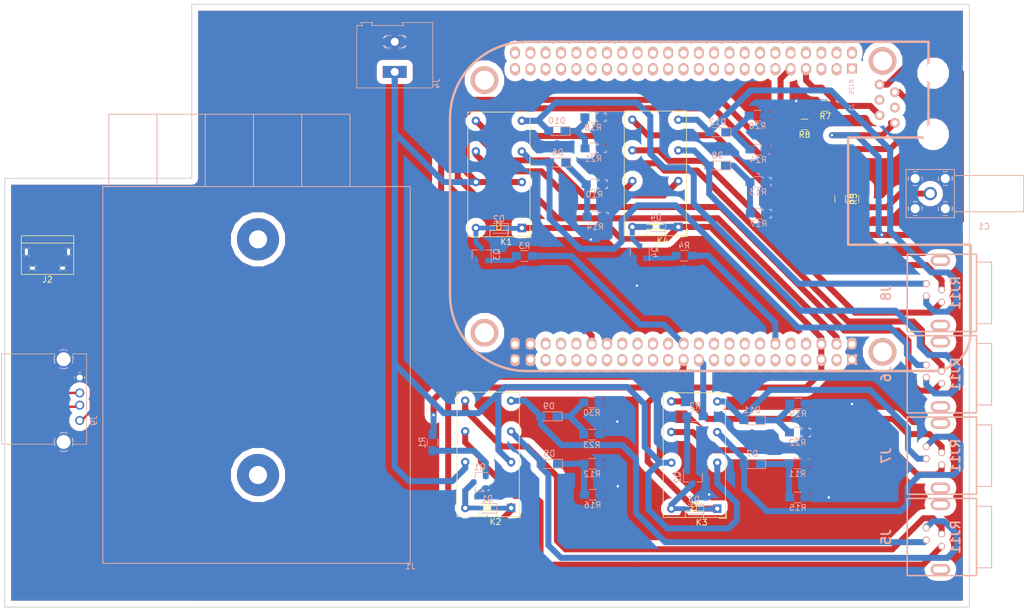
<source format=kicad_pcb>
(kicad_pcb (version 4) (host pcbnew 4.0.7-e2-6376~58~ubuntu16.04.1)
  (layers (0 F.Cu signal) (31 B.Cu signal) (34 B.Paste user) (35 F.Paste user) (36 B.SilkS user) (37 F.SilkS user) (38 B.Mask user) (39 F.Mask user) (44 Edge.Cuts user))
  (net 0 "")
  (net 1 "Net-(Beagle1-PadC7)")
  (net 2 "Net-(Beagle1-PadC8)")
  (net 3 "Net-(Beagle1-PadC9)")
  (net 4 "Net-(Beagle1-PadC10)")
  (net 5 "Net-(Beagle1-PadC11)")
  (net 6 "Net-(Beagle1-PadC13)")
  (net 7 "Net-(Beagle1-PadC14)")
  (net 8 "Net-(Beagle1-PadC16)")
  (net 9 "Net-(Beagle1-PadC17)")
  (net 10 "Net-(Beagle1-PadC18)")
  (net 11 "Net-(Beagle1-PadC19)")
  (net 12 "Net-(Beagle1-PadC20)")
  (net 13 "Net-(Beagle1-PadC22)")
  (net 14 "Net-(Beagle1-PadC26)")
  (net 15 "Net-(Beagle1-PadC28)")
  (net 16 "Net-(Beagle1-PadC29)")
  (net 17 "Net-(Beagle1-PadC30)")
  (net 18 "Net-(Beagle1-PadC31)")
  (net 19 "Net-(Beagle1-PadC32)")
  (net 20 "Net-(Beagle1-PadC33)")
  (net 21 "Net-(Beagle1-PadC35)")
  (net 22 "Net-(Beagle1-PadC37)")
  (net 23 "Net-(Beagle1-PadC38)")
  (net 24 "Net-(Beagle1-PadC39)")
  (net 25 "Net-(Beagle1-PadC40)")
  (net 26 "Net-(Beagle1-PadC41)")
  (net 27 "Net-(Beagle1-PadC42)")
  (net 28 "Net-(Beagle1-PadB1)")
  (net 29 "Net-(Beagle1-PadB2)")
  (net 30 "Net-(Beagle1-PadB3)")
  (net 31 "Net-(Beagle1-PadB4)")
  (net 32 "Net-(Beagle1-PadB5)")
  (net 33 "Net-(Beagle1-PadB6)")
  (net 34 "Net-(Beagle1-PadB8)")
  (net 35 "Net-(Beagle1-PadB10)")
  (net 36 "Net-(Beagle1-PadB11)")
  (net 37 "Net-(Beagle1-PadB12)")
  (net 38 "Net-(Beagle1-PadB13)")
  (net 39 "Net-(Beagle1-PadB14)")
  (net 40 "Net-(Beagle1-PadB15)")
  (net 41 "Net-(Beagle1-PadB16)")
  (net 42 "Net-(Beagle1-PadB17)")
  (net 43 "Net-(Beagle1-PadB18)")
  (net 44 "Net-(Beagle1-PadB19)")
  (net 45 "Net-(Beagle1-PadB20)")
  (net 46 "Net-(Beagle1-PadB21)")
  (net 47 "Net-(Beagle1-PadB22)")
  (net 48 "Net-(Beagle1-PadB23)")
  (net 49 "Net-(Beagle1-PadB24)")
  (net 50 "Net-(Beagle1-PadB25)")
  (net 51 "Net-(Beagle1-PadB26)")
  (net 52 "Net-(Beagle1-PadB27)")
  (net 53 "Net-(Beagle1-PadB28)")
  (net 54 "Net-(Beagle1-PadB29)")
  (net 55 "Net-(Beagle1-PadB30)")
  (net 56 "Net-(Beagle1-PadB31)")
  (net 57 "Net-(Beagle1-PadB32)")
  (net 58 "Net-(Beagle1-PadB33)")
  (net 59 "Net-(Beagle1-PadB34)")
  (net 60 "Net-(Beagle1-PadB35)")
  (net 61 "Net-(Beagle1-PadB36)")
  (net 62 "Net-(Beagle1-PadB37)")
  (net 63 "Net-(Beagle1-PadB38)")
  (net 64 "Net-(Beagle1-PadB39)")
  (net 65 "Net-(Beagle1-PadB40)")
  (net 66 "Net-(Beagle1-PadB41)")
  (net 67 "Net-(Beagle1-PadB42)")
  (net 68 "Net-(Beagle1-PadB43)")
  (net 69 "Net-(Beagle1-PadB44)")
  (net 70 "Net-(Beagle1-PadB45)")
  (net 71 "Net-(Beagle1-PadB46)")
  (net 72 GND)
  (net 73 "Net-(C1-Pad1)")
  (net 74 VCC)
  (net 75 "Net-(J2-Pad1)")
  (net 76 "Net-(J2-Pad2)")
  (net 77 "Net-(J2-Pad3)")
  (net 78 "Net-(J2-Pad4)")
  (net 79 "Net-(J3-Pad4)")
  (net 80 "Net-(J3-Pad3)")
  (net 81 +24V)
  (net 82 "Net-(Q1-Pad1)")
  (net 83 "Net-(Q2-Pad1)")
  (net 84 "Net-(Q3-Pad1)")
  (net 85 "Net-(Q4-Pad1)")
  (net 86 /AIn_BBB)
  (net 87 "Net-(J1-Pad1)")
  (net 88 /BBB_p1)
  (net 89 /BBB_p3)
  (net 90 /BBB_p2)
  (net 91 /BBB_p4)
  (net 92 /BBB_p5)
  (net 93 /BBB_p6)
  (net 94 "Net-(D1-Pad2)")
  (net 95 "Net-(D2-Pad2)")
  (net 96 "Net-(D3-Pad2)")
  (net 97 "Net-(D4-Pad2)")
  (net 98 "Net-(Beagle1-PadC15)")
  (net 99 "Net-(Beagle1-PadC25)")
  (net 100 "Net-(Beagle1-PadC27)")
  (net 101 /3.3V_BBB)
  (net 102 "Net-(D5-Pad1)")
  (net 103 "Net-(D5-Pad2)")
  (net 104 "Net-(D6-Pad1)")
  (net 105 "Net-(D6-Pad2)")
  (net 106 "Net-(D7-Pad1)")
  (net 107 "Net-(D7-Pad2)")
  (net 108 "Net-(D8-Pad1)")
  (net 109 "Net-(D8-Pad2)")
  (net 110 "Net-(D9-Pad1)")
  (net 111 "Net-(D9-Pad2)")
  (net 112 "Net-(D10-Pad1)")
  (net 113 "Net-(D10-Pad2)")
  (net 114 "Net-(D11-Pad1)")
  (net 115 "Net-(D11-Pad2)")
  (net 116 "Net-(D12-Pad1)")
  (net 117 "Net-(D12-Pad2)")
  (net 118 "Net-(J5-Pad3)")
  (net 119 "Net-(J5-Pad4)")
  (net 120 "Net-(J6-Pad3)")
  (net 121 "Net-(J6-Pad4)")
  (net 122 "Net-(J7-Pad3)")
  (net 123 "Net-(J7-Pad4)")
  (net 124 "Net-(J8-Pad3)")
  (net 125 "Net-(J8-Pad4)")
  (net 126 "Net-(Beagle1-PadC3)")
  (module Controle:BEAGLEBONEBLACK (layer B.Cu) (at 174.63708 71.6534)
    (fp_text reference Beagle1 hide)
    (fp_text value BeagleBone hide)
    (pad C1 thru_hole rect (at 22.82 25.4) (size 1.6 1.6) (drill 1.1) (layers *.Cu *.Mask B.SilkS) (net 72 GND))
    (pad C2 thru_hole oval (at 22.82 22.86) (size 1.6 2) (drill 1.1 (offset 0 -0.1)) (layers *.Cu *.Mask B.SilkS) (net 72 GND))
    (pad C3 thru_hole oval (at 20.28 25.4) (size 1.6 2) (drill 1.1 (offset 0 0.1)) (layers *.Cu *.Mask B.SilkS) (net 126 "Net-(Beagle1-PadC3)"))
    (pad C4 thru_hole oval (at 20.28 22.86) (size 1.6 2) (drill 1.1 (offset 0 -0.1)) (layers *.Cu *.Mask B.SilkS) (net 101 /3.3V_BBB))
    (pad C5 thru_hole oval (at 17.74 25.4) (size 1.6 2) (drill 1.1 (offset 0 0.1)) (layers *.Cu *.Mask B.SilkS) (net 74 VCC))
    (pad C6 thru_hole oval (at 17.74 22.86) (size 1.6 2) (drill 1.1 (offset 0 -0.1)) (layers *.Cu *.Mask B.SilkS) (net 74 VCC))
    (pad C7 thru_hole oval (at 15.2 25.4) (size 1.6 2) (drill 1.1 (offset 0 0.1)) (layers *.Cu *.Mask B.SilkS) (net 1 "Net-(Beagle1-PadC7)"))
    (pad C8 thru_hole oval (at 15.2 22.86) (size 1.6 2) (drill 1.1 (offset 0 -0.1)) (layers *.Cu *.Mask B.SilkS) (net 2 "Net-(Beagle1-PadC8)"))
    (pad C9 thru_hole oval (at 12.66 25.4) (size 1.6 2) (drill 1.1 (offset 0 0.1)) (layers *.Cu *.Mask B.SilkS) (net 3 "Net-(Beagle1-PadC9)"))
    (pad C10 thru_hole oval (at 12.66 22.86) (size 1.6 2) (drill 1.1 (offset 0 -0.1)) (layers *.Cu *.Mask B.SilkS) (net 4 "Net-(Beagle1-PadC10)"))
    (pad C11 thru_hole oval (at 10.12 25.4) (size 1.6 2) (drill 1.1 (offset 0 0.1)) (layers *.Cu *.Mask B.SilkS) (net 5 "Net-(Beagle1-PadC11)"))
    (pad C12 thru_hole oval (at 10.12 22.86) (size 1.6 2) (drill 1.1 (offset 0 -0.1)) (layers *.Cu *.Mask B.SilkS) (net 91 /BBB_p4))
    (pad C13 thru_hole oval (at 7.58 25.4) (size 1.6 2) (drill 1.1 (offset 0 0.1)) (layers *.Cu *.Mask B.SilkS) (net 6 "Net-(Beagle1-PadC13)"))
    (pad C14 thru_hole oval (at 7.58 22.86) (size 1.6 2) (drill 1.1 (offset 0 -0.1)) (layers *.Cu *.Mask B.SilkS) (net 7 "Net-(Beagle1-PadC14)"))
    (pad C15 thru_hole oval (at 5.04 25.4) (size 1.6 2) (drill 1.1 (offset 0 0.1)) (layers *.Cu *.Mask B.SilkS) (net 98 "Net-(Beagle1-PadC15)"))
    (pad C16 thru_hole oval (at 5.04 22.86) (size 1.6 2) (drill 1.1 (offset 0 -0.1)) (layers *.Cu *.Mask B.SilkS) (net 8 "Net-(Beagle1-PadC16)"))
    (pad C17 thru_hole oval (at 2.5 25.4) (size 1.6 2) (drill 1.1 (offset 0 0.1)) (layers *.Cu *.Mask B.SilkS) (net 9 "Net-(Beagle1-PadC17)"))
    (pad C18 thru_hole oval (at 2.5 22.86) (size 1.6 2) (drill 1.1 (offset 0 -0.1)) (layers *.Cu *.Mask B.SilkS) (net 10 "Net-(Beagle1-PadC18)"))
    (pad C19 thru_hole oval (at -0.04 25.4) (size 1.6 2) (drill 1.1 (offset 0 0.1)) (layers *.Cu *.Mask B.SilkS) (net 11 "Net-(Beagle1-PadC19)"))
    (pad C20 thru_hole oval (at -0.04 22.86) (size 1.6 2) (drill 1.1 (offset 0 -0.1)) (layers *.Cu *.Mask B.SilkS) (net 12 "Net-(Beagle1-PadC20)"))
    (pad C21 thru_hole oval (at -2.58 25.4) (size 1.6 2) (drill 1.1 (offset 0 0.1)) (layers *.Cu *.Mask B.SilkS) (net 89 /BBB_p3))
    (pad C22 thru_hole oval (at -2.58 22.86) (size 1.6 2) (drill 1.1 (offset 0 -0.1)) (layers *.Cu *.Mask B.SilkS) (net 13 "Net-(Beagle1-PadC22)"))
    (pad C23 thru_hole oval (at -5.12 25.4) (size 1.6 2) (drill 1.1 (offset 0 0.1)) (layers *.Cu *.Mask B.SilkS) (net 88 /BBB_p1))
    (pad C24 thru_hole oval (at -5.12 22.86) (size 1.6 2) (drill 1.1 (offset 0 -0.1)) (layers *.Cu *.Mask B.SilkS) (net 90 /BBB_p2))
    (pad C25 thru_hole oval (at -7.66 25.4) (size 1.6 2) (drill 1.1 (offset 0 0.1)) (layers *.Cu *.Mask B.SilkS) (net 99 "Net-(Beagle1-PadC25)"))
    (pad C26 thru_hole oval (at -7.66 22.86) (size 1.6 2) (drill 1.1 (offset 0 -0.1)) (layers *.Cu *.Mask B.SilkS) (net 14 "Net-(Beagle1-PadC26)"))
    (pad C27 thru_hole oval (at -10.2 25.4) (size 1.6 2) (drill 1.1 (offset 0 0.1)) (layers *.Cu *.Mask B.SilkS) (net 100 "Net-(Beagle1-PadC27)"))
    (pad C28 thru_hole oval (at -10.2 22.86) (size 1.6 2) (drill 1.1 (offset 0 -0.1)) (layers *.Cu *.Mask B.SilkS) (net 15 "Net-(Beagle1-PadC28)"))
    (pad C29 thru_hole oval (at -12.74 25.4) (size 1.6 2) (drill 1.1 (offset 0 0.1)) (layers *.Cu *.Mask B.SilkS) (net 16 "Net-(Beagle1-PadC29)"))
    (pad C30 thru_hole oval (at -12.74 22.86) (size 1.6 2) (drill 1.1 (offset 0 -0.1)) (layers *.Cu *.Mask B.SilkS) (net 17 "Net-(Beagle1-PadC30)"))
    (pad C31 thru_hole oval (at -15.28 25.4) (size 1.6 2) (drill 1.1 (offset 0 0.1)) (layers *.Cu *.Mask B.SilkS) (net 18 "Net-(Beagle1-PadC31)"))
    (pad C32 thru_hole oval (at -15.28 22.86) (size 1.6 2) (drill 1.1 (offset 0 -0.1)) (layers *.Cu *.Mask B.SilkS) (net 19 "Net-(Beagle1-PadC32)"))
    (pad C33 thru_hole oval (at -17.82 25.4) (size 1.6 2) (drill 1.1 (offset 0 0.1)) (layers *.Cu *.Mask B.SilkS) (net 20 "Net-(Beagle1-PadC33)"))
    (pad C34 thru_hole oval (at -17.82 22.86) (size 1.6 2) (drill 1.1 (offset 0 -0.1)) (layers *.Cu *.Mask B.SilkS) (net 72 GND))
    (pad C35 thru_hole oval (at -20.36 25.4) (size 1.6 2) (drill 1.1 (offset 0 0.1)) (layers *.Cu *.Mask B.SilkS) (net 21 "Net-(Beagle1-PadC35)"))
    (pad C36 thru_hole oval (at -20.36 22.86) (size 1.6 2) (drill 1.1 (offset 0 -0.1)) (layers *.Cu *.Mask B.SilkS) (net 86 /AIn_BBB))
    (pad C37 thru_hole oval (at -22.9 25.4) (size 1.6 2) (drill 1.1 (offset 0 0.1)) (layers *.Cu *.Mask B.SilkS) (net 22 "Net-(Beagle1-PadC37)"))
    (pad C38 thru_hole oval (at -22.9 22.86) (size 1.6 2) (drill 1.1 (offset 0 -0.1)) (layers *.Cu *.Mask B.SilkS) (net 23 "Net-(Beagle1-PadC38)"))
    (pad C39 thru_hole oval (at -25.44 25.4) (size 1.6 2) (drill 1.1 (offset 0 0.1)) (layers *.Cu *.Mask B.SilkS) (net 24 "Net-(Beagle1-PadC39)"))
    (pad C40 thru_hole oval (at -25.44 22.86) (size 1.6 2) (drill 1.1 (offset 0 -0.1)) (layers *.Cu *.Mask B.SilkS) (net 25 "Net-(Beagle1-PadC40)"))
    (pad C41 thru_hole oval (at -27.98 25.4) (size 1.6 2) (drill 1.1 (offset 0 0.1)) (layers *.Cu *.Mask B.SilkS) (net 26 "Net-(Beagle1-PadC41)"))
    (pad C42 thru_hole oval (at -27.98 22.86) (size 1.6 2) (drill 1.1 (offset 0 -0.1)) (layers *.Cu *.Mask B.SilkS) (net 27 "Net-(Beagle1-PadC42)"))
    (pad C43 thru_hole oval (at -30.52 25.4) (size 1.6 2) (drill 1.1 (offset 0 0.1)) (layers *.Cu *.Mask B.SilkS) (net 72 GND))
    (pad C44 thru_hole oval (at -30.52 22.86) (size 1.6 2) (drill 1.1 (offset 0 -0.1)) (layers *.Cu *.Mask B.SilkS) (net 72 GND))
    (pad C45 thru_hole oval (at -33.06 25.4) (size 1.6 2) (drill 1.1 (offset 0 0.1)) (layers *.Cu *.Mask B.SilkS) (net 72 GND))
    (pad C46 thru_hole oval (at -33.06 22.86) (size 1.6 2) (drill 1.1 (offset 0 -0.1)) (layers *.Cu *.Mask B.SilkS) (net 72 GND))
    (pad B1 thru_hole rect (at 22.82 -22.86) (size 1.6 1.6) (drill 1.1) (layers *.Cu *.Mask B.SilkS) (net 28 "Net-(Beagle1-PadB1)"))
    (pad B2 thru_hole oval (at 22.82 -25.4) (size 1.6 2) (drill 1.1 (offset 0 -0.1)) (layers *.Cu *.Mask B.SilkS) (net 29 "Net-(Beagle1-PadB2)"))
    (pad B3 thru_hole oval (at 20.28 -22.86) (size 1.6 2) (drill 1.1 (offset 0 0.1)) (layers *.Cu *.Mask B.SilkS) (net 30 "Net-(Beagle1-PadB3)"))
    (pad B4 thru_hole oval (at 20.28 -25.4) (size 1.6 2) (drill 1.1 (offset 0 -0.1)) (layers *.Cu *.Mask B.SilkS) (net 31 "Net-(Beagle1-PadB4)"))
    (pad B5 thru_hole oval (at 17.74 -22.86) (size 1.6 2) (drill 1.1 (offset 0 0.1)) (layers *.Cu *.Mask B.SilkS) (net 32 "Net-(Beagle1-PadB5)"))
    (pad B6 thru_hole oval (at 17.74 -25.4) (size 1.6 2) (drill 1.1 (offset 0 -0.1)) (layers *.Cu *.Mask B.SilkS) (net 33 "Net-(Beagle1-PadB6)"))
    (pad B7 thru_hole oval (at 15.2 -22.86) (size 1.6 2) (drill 1.1 (offset 0 0.1)) (layers *.Cu *.Mask B.SilkS) (net 92 /BBB_p5))
    (pad B8 thru_hole oval (at 15.2 -25.4) (size 1.6 2) (drill 1.1 (offset 0 -0.1)) (layers *.Cu *.Mask B.SilkS) (net 34 "Net-(Beagle1-PadB8)"))
    (pad B9 thru_hole oval (at 12.66 -22.86) (size 1.6 2) (drill 1.1 (offset 0 0.1)) (layers *.Cu *.Mask B.SilkS) (net 93 /BBB_p6))
    (pad B10 thru_hole oval (at 12.66 -25.4) (size 1.6 2) (drill 1.1 (offset 0 -0.1)) (layers *.Cu *.Mask B.SilkS) (net 35 "Net-(Beagle1-PadB10)"))
    (pad B11 thru_hole oval (at 10.12 -22.86) (size 1.6 2) (drill 1.1 (offset 0 0.1)) (layers *.Cu *.Mask B.SilkS) (net 36 "Net-(Beagle1-PadB11)"))
    (pad B12 thru_hole oval (at 10.12 -25.4) (size 1.6 2) (drill 1.1 (offset 0 -0.1)) (layers *.Cu *.Mask B.SilkS) (net 37 "Net-(Beagle1-PadB12)"))
    (pad B13 thru_hole oval (at 7.58 -22.86) (size 1.6 2) (drill 1.1 (offset 0 0.1)) (layers *.Cu *.Mask B.SilkS) (net 38 "Net-(Beagle1-PadB13)"))
    (pad B14 thru_hole oval (at 7.58 -25.4) (size 1.6 2) (drill 1.1 (offset 0 -0.1)) (layers *.Cu *.Mask B.SilkS) (net 39 "Net-(Beagle1-PadB14)"))
    (pad B15 thru_hole oval (at 5.04 -22.86) (size 1.6 2) (drill 1.1 (offset 0 0.1)) (layers *.Cu *.Mask B.SilkS) (net 40 "Net-(Beagle1-PadB15)"))
    (pad B16 thru_hole oval (at 5.04 -25.4) (size 1.6 2) (drill 1.1 (offset 0 -0.1)) (layers *.Cu *.Mask B.SilkS) (net 41 "Net-(Beagle1-PadB16)"))
    (pad B17 thru_hole oval (at 2.5 -22.86) (size 1.6 2) (drill 1.1 (offset 0 0.1)) (layers *.Cu *.Mask B.SilkS) (net 42 "Net-(Beagle1-PadB17)"))
    (pad B18 thru_hole oval (at 2.5 -25.4) (size 1.6 2) (drill 1.1 (offset 0 -0.1)) (layers *.Cu *.Mask B.SilkS) (net 43 "Net-(Beagle1-PadB18)"))
    (pad B19 thru_hole oval (at -0.04 -22.86) (size 1.6 2) (drill 1.1 (offset 0 0.1)) (layers *.Cu *.Mask B.SilkS) (net 44 "Net-(Beagle1-PadB19)"))
    (pad B20 thru_hole oval (at -0.04 -25.4) (size 1.6 2) (drill 1.1 (offset 0 -0.1)) (layers *.Cu *.Mask B.SilkS) (net 45 "Net-(Beagle1-PadB20)"))
    (pad B21 thru_hole oval (at -2.58 -22.86) (size 1.6 2) (drill 1.1 (offset 0 0.1)) (layers *.Cu *.Mask B.SilkS) (net 46 "Net-(Beagle1-PadB21)"))
    (pad B22 thru_hole oval (at -2.58 -25.4) (size 1.6 2) (drill 1.1 (offset 0 -0.1)) (layers *.Cu *.Mask B.SilkS) (net 47 "Net-(Beagle1-PadB22)"))
    (pad B23 thru_hole oval (at -5.12 -22.86) (size 1.6 2) (drill 1.1 (offset 0 0.1)) (layers *.Cu *.Mask B.SilkS) (net 48 "Net-(Beagle1-PadB23)"))
    (pad B24 thru_hole oval (at -5.12 -25.4) (size 1.6 2) (drill 1.1 (offset 0 -0.1)) (layers *.Cu *.Mask B.SilkS) (net 49 "Net-(Beagle1-PadB24)"))
    (pad B25 thru_hole oval (at -7.66 -22.86) (size 1.6 2) (drill 1.1 (offset 0 0.1)) (layers *.Cu *.Mask B.SilkS) (net 50 "Net-(Beagle1-PadB25)"))
    (pad B26 thru_hole oval (at -7.66 -25.4) (size 1.6 2) (drill 1.1 (offset 0 -0.1)) (layers *.Cu *.Mask B.SilkS) (net 51 "Net-(Beagle1-PadB26)"))
    (pad B27 thru_hole oval (at -10.2 -22.86) (size 1.6 2) (drill 1.1 (offset 0 0.1)) (layers *.Cu *.Mask B.SilkS) (net 52 "Net-(Beagle1-PadB27)"))
    (pad B28 thru_hole oval (at -10.2 -25.4) (size 1.6 2) (drill 1.1 (offset 0 -0.1)) (layers *.Cu *.Mask B.SilkS) (net 53 "Net-(Beagle1-PadB28)"))
    (pad B29 thru_hole oval (at -12.74 -22.86) (size 1.6 2) (drill 1.1 (offset 0 0.1)) (layers *.Cu *.Mask B.SilkS) (net 54 "Net-(Beagle1-PadB29)"))
    (pad B30 thru_hole oval (at -12.74 -25.4) (size 1.6 2) (drill 1.1 (offset 0 -0.1)) (layers *.Cu *.Mask B.SilkS) (net 55 "Net-(Beagle1-PadB30)"))
    (pad B31 thru_hole oval (at -15.28 -22.86) (size 1.6 2) (drill 1.1 (offset 0 0.1)) (layers *.Cu *.Mask B.SilkS) (net 56 "Net-(Beagle1-PadB31)"))
    (pad B32 thru_hole oval (at -15.28 -25.4) (size 1.6 2) (drill 1.1 (offset 0 -0.1)) (layers *.Cu *.Mask B.SilkS) (net 57 "Net-(Beagle1-PadB32)"))
    (pad B33 thru_hole oval (at -17.82 -22.86) (size 1.6 2) (drill 1.1 (offset 0 0.1)) (layers *.Cu *.Mask B.SilkS) (net 58 "Net-(Beagle1-PadB33)"))
    (pad B34 thru_hole oval (at -17.82 -25.4) (size 1.6 2) (drill 1.1 (offset 0 -0.1)) (layers *.Cu *.Mask B.SilkS) (net 59 "Net-(Beagle1-PadB34)"))
    (pad B35 thru_hole oval (at -20.36 -22.86) (size 1.6 2) (drill 1.1 (offset 0 0.1)) (layers *.Cu *.Mask B.SilkS) (net 60 "Net-(Beagle1-PadB35)"))
    (pad B36 thru_hole oval (at -20.36 -25.4) (size 1.6 2) (drill 1.1 (offset 0 -0.1)) (layers *.Cu *.Mask B.SilkS) (net 61 "Net-(Beagle1-PadB36)"))
    (pad B37 thru_hole oval (at -22.9 -22.86) (size 1.6 2) (drill 1.1 (offset 0 0.1)) (layers *.Cu *.Mask B.SilkS) (net 62 "Net-(Beagle1-PadB37)"))
    (pad B38 thru_hole oval (at -22.9 -25.4) (size 1.6 2) (drill 1.1 (offset 0 -0.1)) (layers *.Cu *.Mask B.SilkS) (net 63 "Net-(Beagle1-PadB38)"))
    (pad B39 thru_hole oval (at -25.44 -22.86) (size 1.6 2) (drill 1.1 (offset 0 0.1)) (layers *.Cu *.Mask B.SilkS) (net 64 "Net-(Beagle1-PadB39)"))
    (pad B40 thru_hole oval (at -25.44 -25.4) (size 1.6 2) (drill 1.1 (offset 0 -0.1)) (layers *.Cu *.Mask B.SilkS) (net 65 "Net-(Beagle1-PadB40)"))
    (pad B41 thru_hole oval (at -27.98 -22.86) (size 1.6 2) (drill 1.1 (offset 0 0.1)) (layers *.Cu *.Mask B.SilkS) (net 66 "Net-(Beagle1-PadB41)"))
    (pad B42 thru_hole oval (at -27.98 -25.4) (size 1.6 2) (drill 1.1 (offset 0 -0.1)) (layers *.Cu *.Mask B.SilkS) (net 67 "Net-(Beagle1-PadB42)"))
    (pad B43 thru_hole oval (at -30.52 -22.86) (size 1.6 2) (drill 1.1 (offset 0 0.1)) (layers *.Cu *.Mask B.SilkS) (net 68 "Net-(Beagle1-PadB43)"))
    (pad B44 thru_hole oval (at -30.52 -25.4) (size 1.6 2) (drill 1.1 (offset 0 -0.1)) (layers *.Cu *.Mask B.SilkS) (net 69 "Net-(Beagle1-PadB44)"))
    (pad B45 thru_hole oval (at -33.06 -22.86) (size 1.6 2) (drill 1.1 (offset 0 0.1)) (layers *.Cu *.Mask B.SilkS) (net 70 "Net-(Beagle1-PadB45)"))
    (pad B46 thru_hole oval (at -33.06 -25.4) (size 1.6 2) (drill 1.1 (offset 0 -0.1)) (layers *.Cu *.Mask B.SilkS) (net 71 "Net-(Beagle1-PadB46)"))
  )
  (module Relays_THT:Relay_DPDT_Omron_G5V-2 (layer F.Cu) (at 142.69982 75.23306 180)
    (fp_text reference K1 (at 2.6 -2.3 180) (layer F.SilkS))
    (fp_text value RELAY_Metaltex)
    (pad 1 thru_hole rect (at 0 0 180) (size 1.4 1.4) (drill 0.7) (layers *.Cu *.Mask) (net 74 VCC))
    (pad 16 thru_hole circle (at 7.62 0 180) (size 1.4 1.4) (drill 0.7) (layers *.Cu *.Mask) (net 95 "Net-(D2-Pad2)"))
    (pad 6 thru_hole circle (at 0 12.69 180) (size 1.4 1.4) (drill 0.7) (layers *.Cu *.Mask) (net 105 "Net-(D6-Pad2)"))
    (pad 8 thru_hole circle (at 0 17.78 180) (size 1.4 1.4) (drill 0.7) (layers *.Cu *.Mask) (net 113 "Net-(D10-Pad2)"))
    (pad 4 thru_hole circle (at 0 7.62 180) (size 1.4 1.4) (drill 0.7) (layers *.Cu *.Mask) (net 81 +24V))
    (pad 11 thru_hole circle (at 7.63 12.71 180) (size 1.4 1.4) (drill 0.7) (layers *.Cu *.Mask) (net 121 "Net-(J6-Pad4)"))
    (pad 9 thru_hole circle (at 7.63 17.79 180) (size 1.4 1.4) (drill 0.7) (layers *.Cu *.Mask) (net 120 "Net-(J6-Pad3)"))
    (pad 13 thru_hole circle (at 7.62 7.62 180) (size 1.4 1.4) (drill 0.7) (layers *.Cu *.Mask) (net 81 +24V))
  )
  (module "Controle:BEAGLEBONEBLACK_(fixation_holes)" (layer B.Cu) (at 173.96208 71.6534)
    (fp_text reference J10 hide)
    (fp_text value Conn_01x01 hide)
    (pad M1 thru_hole circle (at -37.465 20.955) (size 4.572 4.572) (drill 3.175) (layers *.Cu *.Mask B.SilkS))
    (pad M2 thru_hole circle (at 28.575 24.13) (size 4.572 4.572) (drill 3.175) (layers *.Cu *.Mask B.SilkS))
    (pad M3 thru_hole circle (at 28.575 -24.13) (size 4.572 4.572) (drill 3.175) (layers *.Cu *.Mask B.SilkS))
    (pad M4 thru_hole circle (at -37.465 -20.955) (size 4.572 4.572) (drill 3.175) (layers *.Cu *.Mask B.SilkS))
  )
  (module Connectors:USB_Micro-B (layer F.Cu) (at 64.008 80.5434 180)
    (fp_text reference J2 (at 0 -3.24 180) (layer F.SilkS))
    (fp_text value USB_OTG)
    (pad 1 smd rect (at -1.3 -1.35 270) (size 1.35 0.4) (layers F.Cu F.Paste F.Mask) (net 75 "Net-(J2-Pad1)"))
    (pad 2 smd rect (at -0.65 -1.35 270) (size 1.35 0.4) (layers F.Cu F.Paste F.Mask) (net 76 "Net-(J2-Pad2)"))
    (pad 3 smd rect (at 0 -1.35 270) (size 1.35 0.4) (layers F.Cu F.Paste F.Mask) (net 77 "Net-(J2-Pad3)"))
    (pad 4 smd rect (at 0.65 -1.35 270) (size 1.35 0.4) (layers F.Cu F.Paste F.Mask) (net 78 "Net-(J2-Pad4)"))
    (pad 5 smd rect (at 1.3 -1.35 270) (size 1.35 0.4) (layers F.Cu F.Paste F.Mask) (net 72 GND))
    (pad 6 thru_hole oval (at -2.5 -1.35 270) (size 0.95 1.25) (drill oval 0.55 0.85) (layers *.Cu *.Mask) (net 72 GND))
    (pad 6 thru_hole oval (at 2.5 -1.35 270) (size 0.95 1.25) (drill oval 0.55 0.85) (layers *.Cu *.Mask) (net 72 GND))
    (pad 6 thru_hole oval (at -3.5 1.35 270) (size 1.55 1) (drill oval 1.15 0.5) (layers *.Cu *.Mask) (net 72 GND))
    (pad 6 thru_hole oval (at 3.5 1.35 270) (size 1.55 1) (drill oval 1.15 0.5) (layers *.Cu *.Mask) (net 72 GND))
  )
  (module Connectors_Terminal_Blocks:TerminalBlock_Altech_AK300-2_P5.00mm (layer B.Cu) (at 121.6152 49.3395 90)
    (fp_text reference J4 (at -1.92 6.99 90) (layer B.SilkS) (effects (justify mirror)))
    (fp_text value Conn_01x02)
    (pad 1 thru_hole rect (at 0 0 90) (size 1.98 3.96) (drill 1.32) (layers *.Cu *.Mask) (net 81 +24V))
    (pad 2 thru_hole oval (at 5 0 90) (size 1.98 3.96) (drill 1.32) (layers *.Cu *.Mask) (net 72 GND))
  )
  (module Connectors:USB_A (layer B.Cu) (at 69.35216 107.16512 90)
    (fp_text reference J9 (at 0 2.35 90) (layer B.SilkS) (effects (justify mirror)))
    (fp_text value USB_A)
    (pad 4 thru_hole circle (at 7.11 0 180) (size 1.5 1.5) (drill 1) (layers *.Cu *.Mask) (net 72 GND))
    (pad 3 thru_hole circle (at 4.57 0 180) (size 1.5 1.5) (drill 1) (layers *.Cu *.Mask) (net 77 "Net-(J2-Pad3)"))
    (pad 2 thru_hole circle (at 2.54 0 180) (size 1.5 1.5) (drill 1) (layers *.Cu *.Mask) (net 76 "Net-(J2-Pad2)"))
    (pad 1 thru_hole circle (at 0 0 180) (size 1.5 1.5) (drill 1) (layers *.Cu *.Mask) (net 75 "Net-(J2-Pad1)"))
    (pad 5 thru_hole circle (at 10.16 -2.67 180) (size 3 3) (drill 2.3) (layers *.Cu *.Mask) (net 72 GND))
    (pad 5 thru_hole circle (at -3.56 -2.67 180) (size 3 3) (drill 2.3) (layers *.Cu *.Mask) (net 72 GND))
  )
  (module Relays_THT:Relay_DPDT_Omron_G5V-2 (layer F.Cu) (at 140.92174 121.6795 180)
    (fp_text reference K2 (at 2.6 -2.3 180) (layer F.SilkS))
    (fp_text value RELAY_Metaltex)
    (pad 1 thru_hole rect (at 0 0 180) (size 1.4 1.4) (drill 0.7) (layers *.Cu *.Mask) (net 74 VCC))
    (pad 16 thru_hole circle (at 7.62 0 180) (size 1.4 1.4) (drill 0.7) (layers *.Cu *.Mask) (net 94 "Net-(D1-Pad2)"))
    (pad 6 thru_hole circle (at 0 12.69 180) (size 1.4 1.4) (drill 0.7) (layers *.Cu *.Mask) (net 103 "Net-(D5-Pad2)"))
    (pad 8 thru_hole circle (at 0 17.78 180) (size 1.4 1.4) (drill 0.7) (layers *.Cu *.Mask) (net 111 "Net-(D9-Pad2)"))
    (pad 4 thru_hole circle (at 0 7.62 180) (size 1.4 1.4) (drill 0.7) (layers *.Cu *.Mask) (net 81 +24V))
    (pad 11 thru_hole circle (at 7.63 12.71 180) (size 1.4 1.4) (drill 0.7) (layers *.Cu *.Mask) (net 119 "Net-(J5-Pad4)"))
    (pad 9 thru_hole circle (at 7.63 17.79 180) (size 1.4 1.4) (drill 0.7) (layers *.Cu *.Mask) (net 118 "Net-(J5-Pad3)"))
    (pad 13 thru_hole circle (at 7.62 7.62 180) (size 1.4 1.4) (drill 0.7) (layers *.Cu *.Mask) (net 81 +24V))
  )
  (module Relays_THT:Relay_DPDT_Omron_G5V-2 (layer F.Cu) (at 175.12034 121.79126 180)
    (fp_text reference K3 (at 2.6 -2.3 180) (layer F.SilkS))
    (fp_text value RELAY_Metaltex)
    (pad 1 thru_hole rect (at 0 0 180) (size 1.4 1.4) (drill 0.7) (layers *.Cu *.Mask) (net 74 VCC))
    (pad 16 thru_hole circle (at 7.62 0 180) (size 1.4 1.4) (drill 0.7) (layers *.Cu *.Mask) (net 96 "Net-(D3-Pad2)"))
    (pad 6 thru_hole circle (at 0 12.69 180) (size 1.4 1.4) (drill 0.7) (layers *.Cu *.Mask) (net 107 "Net-(D7-Pad2)"))
    (pad 8 thru_hole circle (at 0 17.78 180) (size 1.4 1.4) (drill 0.7) (layers *.Cu *.Mask) (net 115 "Net-(D11-Pad2)"))
    (pad 4 thru_hole circle (at 0 7.62 180) (size 1.4 1.4) (drill 0.7) (layers *.Cu *.Mask) (net 81 +24V))
    (pad 11 thru_hole circle (at 7.63 12.71 180) (size 1.4 1.4) (drill 0.7) (layers *.Cu *.Mask) (net 123 "Net-(J7-Pad4)"))
    (pad 9 thru_hole circle (at 7.63 17.79 180) (size 1.4 1.4) (drill 0.7) (layers *.Cu *.Mask) (net 122 "Net-(J7-Pad3)"))
    (pad 13 thru_hole circle (at 7.62 7.62 180) (size 1.4 1.4) (drill 0.7) (layers *.Cu *.Mask) (net 81 +24V))
  )
  (module Relays_THT:Relay_DPDT_Omron_G5V-2 (layer F.Cu) (at 168.656 75.057 180)
    (fp_text reference K4 (at 2.6 -2.3 180) (layer F.SilkS))
    (fp_text value RELAY_Metaltex)
    (pad 1 thru_hole rect (at 0 0 180) (size 1.4 1.4) (drill 0.7) (layers *.Cu *.Mask) (net 74 VCC))
    (pad 16 thru_hole circle (at 7.62 0 180) (size 1.4 1.4) (drill 0.7) (layers *.Cu *.Mask) (net 97 "Net-(D4-Pad2)"))
    (pad 6 thru_hole circle (at 0 12.69 180) (size 1.4 1.4) (drill 0.7) (layers *.Cu *.Mask) (net 109 "Net-(D8-Pad2)"))
    (pad 8 thru_hole circle (at 0 17.78 180) (size 1.4 1.4) (drill 0.7) (layers *.Cu *.Mask) (net 117 "Net-(D12-Pad2)"))
    (pad 4 thru_hole circle (at 0 7.62 180) (size 1.4 1.4) (drill 0.7) (layers *.Cu *.Mask) (net 81 +24V))
    (pad 11 thru_hole circle (at 7.63 12.71 180) (size 1.4 1.4) (drill 0.7) (layers *.Cu *.Mask) (net 125 "Net-(J8-Pad4)"))
    (pad 9 thru_hole circle (at 7.63 17.79 180) (size 1.4 1.4) (drill 0.7) (layers *.Cu *.Mask) (net 124 "Net-(J8-Pad3)"))
    (pad 13 thru_hole circle (at 7.62 7.62 180) (size 1.4 1.4) (drill 0.7) (layers *.Cu *.Mask) (net 81 +24V))
  )
  (module Controle:LNLS_LOGO (layer F.Cu) (at 70.6374 122.2502)
    (fp_text reference P1 hide)
    (fp_text value CONN_01X01 hide)
    (fp_poly (pts (xy 1.364287 7.214795) (xy 1.369937 7.235488) (xy 1.38786 7.326207) (xy 1.407997 7.465123) (xy 1.426056 7.622552) (xy 1.426423 7.626257) (xy 1.442664 7.770152) (xy 1.459204 7.883088) (xy 1.472737 7.942875) (xy 1.473941 7.945323) (xy 1.511517 7.943959) (xy 1.577803 7.897841) (xy 1.586584 7.88981) (xy 1.667171 7.831416) (xy 1.706132 7.83328) (xy 1.693749 7.884314) (xy 1.641231 7.952153) (xy 1.586563 8.023599) (xy 1.572479 8.071078) (xy 1.574706 8.074501) (xy 1.622047 8.088456) (xy 1.729177 8.105752) (xy 1.877961 8.123742) (xy 1.981912 8.133968) (xy 2.189872 8.153713) (xy 2.323016 8.169446) (xy 2.384486 8.182652) (xy 2.377427 8.19481) (xy 2.304981 8.207405) (xy 2.170292 8.221917) (xy 2.168769 8.222065) (xy 1.995103 8.239439) (xy 1.82101 8.257764) (xy 1.70626 8.270549) (xy 1.517289 8.292564) (xy 1.625257 8.405259) (xy 1.692237 8.491092) (xy 1.705054 8.540823) (xy 1.669727 8.543612) (xy 1.592272 8.488621) (xy 1.583481 8.480505) (xy 1.53058 8.434908) (xy 1.494411 8.422849) (xy 1.470076 8.454153) (xy 1.452677 8.538645) (xy 1.437317 8.686149) (xy 1.428473 8.791455) (xy 1.40698 8.976987) (xy 1.379105 9.092732) (xy 1.345891 9.135825) (xy 1.312419 9.11033) (xy 1.297841 9.054402) (xy 1.281498 8.942141) (xy 1.266397 8.795222) (xy 1.263139 8.755232) (xy 1.247231 8.586215) (xy 1.228552 8.486962) (xy 1.202852 8.449098) (xy 1.16588 8.464248) (xy 1.133231 8.49923) (xy 1.076821 8.548354) (xy 1.050292 8.557846) (xy 1.016907 8.532223) (xy 1.028649 8.470816) (xy 1.079358 8.396812) (xy 1.097885 8.378623) (xy 1.179769 8.304518) (xy 1.088115 8.278769) (xy 0.994294 8.262147) (xy 0.862862 8.249841) (xy 0.801077 8.246873) (xy 0.646188 8.236525) (xy 0.492865 8.217983) (xy 0.449385 8.210515) (xy 0.372355 8.194468) (xy 0.348454 8.183148) (xy 0.384742 8.173081) (xy 0.488276 8.160792) (xy 0.566615 8.152815) (xy 0.735889 8.135185) (xy 0.901507 8.116932) (xy 1.010617 8.104072) (xy 1.181081 8.082818) (xy 1.072082 7.969047) (xy 1.005384 7.883719) (xy 0.991127 7.832892) (xy 1.023981 7.827783) (xy 1.098616 7.879611) (xy 1.109724 7.88981) (xy 1.177596 7.940502) (xy 1.219525 7.94796) (xy 1.221672 7.945323) (xy 1.234984 7.892217) (xy 1.25152 7.785265) (xy 1.266441 7.659076) (xy 1.284416 7.500964) (xy 1.303964 7.352871) (xy 1.31721 7.268307) (xy 1.334407 7.180892) (xy 1.347121 7.164909) (xy 1.364287 7.214795)) (layer F.Cu) (width 0.01))
    (fp_poly (pts (xy 3.327469 7.817974) (xy 3.401775 7.829448) (xy 3.43301 7.855364) (xy 3.438769 7.893538) (xy 3.429826 7.937936) (xy 3.390871 7.961541) (xy 3.303714 7.970698) (xy 3.214077 7.971905) (xy 2.989385 7.972119) (xy 3.253154 8.130378) (xy 3.396533 8.222537) (xy 3.479813 8.293401) (xy 3.514277 8.353493) (xy 3.516923 8.376349) (xy 3.502315 8.462341) (xy 3.450265 8.517264) (xy 3.348436 8.547025) (xy 3.184491 8.557531) (xy 3.137877 8.557846) (xy 2.990445 8.555901) (xy 2.904734 8.547073) (xy 2.864346 8.526869) (xy 2.852884 8.490797) (xy 2.852615 8.479692) (xy 2.860882 8.436712) (xy 2.897387 8.413039) (xy 2.979692 8.403016) (xy 3.096846 8.401007) (xy 3.341077 8.400477) (xy 3.096846 8.255715) (xy 2.964678 8.172151) (xy 2.889366 8.108032) (xy 2.857084 8.049452) (xy 2.852615 8.01006) (xy 2.868143 7.913587) (xy 2.923111 7.853788) (xy 3.030101 7.82346) (xy 3.192585 7.815384) (xy 3.327469 7.817974)) (layer F.Cu) (width 0.01))
    (fp_poly (pts (xy 3.933411 7.817962) (xy 3.961954 7.835455) (xy 3.977635 7.882504) (xy 3.984307 7.973746) (xy 3.985821 8.123821) (xy 3.985846 8.186615) (xy 3.985168 8.358593) (xy 3.980564 8.467056) (xy 3.968183 8.526644) (xy 3.944172 8.551996) (xy 3.904678 8.557752) (xy 3.888154 8.557846) (xy 3.842896 8.555268) (xy 3.814353 8.537774) (xy 3.798672 8.490726) (xy 3.792001 8.399484) (xy 3.790486 8.249409) (xy 3.790461 8.186615) (xy 3.79114 8.014637) (xy 3.795743 7.906174) (xy 3.808124 7.846586) (xy 3.832136 7.821233) (xy 3.871629 7.815478) (xy 3.888154 7.815384) (xy 3.933411 7.817962)) (layer F.Cu) (width 0.01))
    (fp_poly (pts (xy 4.734238 7.817974) (xy 4.808545 7.829448) (xy 4.839779 7.855364) (xy 4.845538 7.893538) (xy 4.83621 7.938703) (xy 4.795876 7.962231) (xy 4.706016 7.970858) (xy 4.630615 7.971692) (xy 4.415692 7.971692) (xy 4.415692 8.264769) (xy 4.413846 8.414615) (xy 4.405429 8.502536) (xy 4.386122 8.544728) (xy 4.351607 8.557386) (xy 4.337538 8.557846) (xy 4.299171 8.551532) (xy 4.275907 8.522288) (xy 4.264023 8.45466) (xy 4.259796 8.333196) (xy 4.259385 8.233507) (xy 4.265283 8.052362) (xy 4.2819 7.923926) (xy 4.306277 7.862276) (xy 4.369803 7.836708) (xy 4.4867 7.819891) (xy 4.599354 7.815384) (xy 4.734238 7.817974)) (layer F.Cu) (width 0.01))
    (fp_poly (pts (xy 5.262026 7.817962) (xy 5.290569 7.835455) (xy 5.306251 7.882504) (xy 5.312922 7.973746) (xy 5.314437 8.123821) (xy 5.314461 8.186615) (xy 5.313783 8.358593) (xy 5.309179 8.467056) (xy 5.296798 8.526644) (xy 5.272787 8.551996) (xy 5.233294 8.557752) (xy 5.216769 8.557846) (xy 5.171512 8.555268) (xy 5.142969 8.537774) (xy 5.127288 8.490726) (xy 5.120616 8.399484) (xy 5.119102 8.249409) (xy 5.119077 8.186615) (xy 5.119755 8.014637) (xy 5.124359 7.906174) (xy 5.13674 7.846586) (xy 5.160751 7.821233) (xy 5.200244 7.815478) (xy 5.216769 7.815384) (xy 5.262026 7.817962)) (layer F.Cu) (width 0.01))
    (fp_poly (pts (xy 6.212521 7.821698) (xy 6.235785 7.850942) (xy 6.247669 7.91857) (xy 6.251896 8.040033) (xy 6.252308 8.139723) (xy 6.246409 8.320868) (xy 6.229792 8.449304) (xy 6.205415 8.510953) (xy 6.146323 8.533101) (xy 6.03652 8.548859) (xy 5.902108 8.557308) (xy 5.769189 8.557526) (xy 5.663863 8.548596) (xy 5.614051 8.531794) (xy 5.602392 8.483406) (xy 5.593429 8.376289) (xy 5.588523 8.229856) (xy 5.588 8.160564) (xy 5.589352 7.995317) (xy 5.595676 7.893202) (xy 5.610367 7.839211) (xy 5.636824 7.818336) (xy 5.666154 7.815384) (xy 5.706113 7.822306) (xy 5.729558 7.85387) (xy 5.74081 7.926271) (xy 5.744185 8.055705) (xy 5.744308 8.108461) (xy 5.744308 8.401538) (xy 6.096 8.401538) (xy 6.096 8.108461) (xy 6.097846 7.958614) (xy 6.106263 7.870693) (xy 6.12557 7.828502) (xy 6.160086 7.815844) (xy 6.174154 7.815384) (xy 6.212521 7.821698)) (layer F.Cu) (width 0.01))
    (fp_poly (pts (xy 7.0007 7.817974) (xy 7.075006 7.829448) (xy 7.10624 7.855364) (xy 7.112 7.893538) (xy 7.103057 7.937936) (xy 7.064102 7.961541) (xy 6.976945 7.970698) (xy 6.887308 7.971905) (xy 6.662615 7.972119) (xy 6.926385 8.130378) (xy 7.069764 8.222537) (xy 7.153044 8.293401) (xy 7.187508 8.353493) (xy 7.190154 8.376349) (xy 7.175545 8.462341) (xy 7.123495 8.517264) (xy 7.021667 8.547025) (xy 6.857722 8.557531) (xy 6.811108 8.557846) (xy 6.663676 8.555901) (xy 6.577964 8.547073) (xy 6.537576 8.526869) (xy 6.526115 8.490797) (xy 6.525846 8.479692) (xy 6.534112 8.436712) (xy 6.570618 8.413039) (xy 6.652923 8.403016) (xy 6.770077 8.401007) (xy 7.014308 8.400477) (xy 6.770077 8.255715) (xy 6.637909 8.172151) (xy 6.562597 8.108032) (xy 6.530315 8.049452) (xy 6.525846 8.01006) (xy 6.541373 7.913587) (xy 6.596342 7.853788) (xy 6.703332 7.82346) (xy 6.865815 7.815384) (xy 7.0007 7.817974)) (layer F.Cu) (width 0.01))
    (fp_poly (pts (xy 0.976923 7.756769) (xy 0.957385 7.776307) (xy 0.937846 7.756769) (xy 0.957385 7.73723) (xy 0.976923 7.756769)) (layer F.Cu) (width 0.01))
    (fp_poly (pts (xy 3.96476 7.403855) (xy 3.985846 7.463692) (xy 3.96295 7.524977) (xy 3.888154 7.541846) (xy 3.811547 7.523529) (xy 3.790461 7.463692) (xy 3.813358 7.402406) (xy 3.888154 7.385538) (xy 3.96476 7.403855)) (layer F.Cu) (width 0.01))
    (fp_poly (pts (xy 5.293376 7.403855) (xy 5.314461 7.463692) (xy 5.291565 7.524977) (xy 5.216769 7.541846) (xy 5.140162 7.523529) (xy 5.119077 7.463692) (xy 5.141973 7.402406) (xy 5.216769 7.385538) (xy 5.293376 7.403855)) (layer F.Cu) (width 0.01))
    (fp_poly (pts (xy 7.307385 6.994769) (xy -7.346462 6.994769) (xy -7.346462 6.682153) (xy 7.307385 6.682153) (xy 7.307385 6.994769)) (layer F.Cu) (width 0.01))
    (fp_poly (pts (xy -6.682154 4.847314) (xy -6.682425 5.127233) (xy -6.676852 5.338666) (xy -6.655856 5.491193) (xy -6.609858 5.594394) (xy -6.529277 5.657848) (xy -6.404535 5.691135) (xy -6.226052 5.703833) (xy -5.984248 5.705523) (xy -5.824238 5.70523) (xy -5.158154 5.70523) (xy -5.158154 6.056923) (xy -5.990028 6.056923) (xy -6.267895 6.056482) (xy -6.47961 6.054461) (xy -6.63717 6.049811) (xy -6.752576 6.041483) (xy -6.837826 6.02843) (xy -6.904919 6.009602) (xy -6.965855 5.983952) (xy -6.996259 5.969) (xy -7.145481 5.867041) (xy -7.249932 5.72337) (xy -7.258539 5.70672) (xy -7.290773 5.637245) (xy -7.314034 5.567052) (xy -7.32977 5.482154) (xy -7.339426 5.36857) (xy -7.344449 5.212315) (xy -7.346285 4.999405) (xy -7.346462 4.856796) (xy -7.346462 4.18123) (xy -6.682154 4.18123) (xy -6.682154 4.847314)) (layer F.Cu) (width 0.01))
    (fp_poly (pts (xy -0.898769 6.056923) (xy -1.464522 6.056923) (xy -2.099953 5.422367) (xy -2.735385 4.787811) (xy -2.735385 6.056923) (xy -3.360615 6.056923) (xy -3.360615 4.18123) (xy -3.096846 4.182116) (xy -2.833077 4.183003) (xy -1.563077 5.399827) (xy -1.563077 4.18123) (xy -0.898769 4.18123) (xy -0.898769 6.056923)) (layer F.Cu) (width 0.01))
    (fp_poly (pts (xy 1.680308 4.847314) (xy 1.680667 5.090149) (xy 1.682798 5.267373) (xy 1.688279 5.391531) (xy 1.698689 5.475167) (xy 1.715607 5.530823) (xy 1.740612 5.571044) (xy 1.775284 5.608374) (xy 1.776224 5.609314) (xy 1.813636 5.644231) (xy 1.853646 5.669444) (xy 1.908798 5.686534) (xy 1.991635 5.697078) (xy 2.114702 5.702656) (xy 2.290541 5.704847) (xy 2.531696 5.70523) (xy 3.204308 5.70523) (xy 3.204308 6.056923) (xy 2.372434 6.056923) (xy 2.094566 6.056482) (xy 1.882852 6.054461) (xy 1.725291 6.049811) (xy 1.609886 6.041483) (xy 1.524636 6.02843) (xy 1.457542 6.009602) (xy 1.396607 5.983952) (xy 1.366203 5.969) (xy 1.216981 5.867041) (xy 1.112529 5.72337) (xy 1.103923 5.70672) (xy 1.071689 5.637245) (xy 1.048427 5.567052) (xy 1.032692 5.482154) (xy 1.023036 5.36857) (xy 1.018013 5.212315) (xy 1.016176 4.999405) (xy 1.016 4.856796) (xy 1.016 4.18123) (xy 1.680308 4.18123) (xy 1.680308 4.847314)) (layer F.Cu) (width 0.01))
    (fp_poly (pts (xy 7.151077 4.532923) (xy 5.589802 4.532923) (xy 5.527508 4.627994) (xy 5.492442 4.739362) (xy 5.529325 4.840732) (xy 5.632087 4.917541) (xy 5.651535 4.925562) (xy 5.724185 4.938672) (xy 5.858443 4.949778) (xy 6.03777 4.957986) (xy 6.245629 4.962403) (xy 6.342775 4.962915) (xy 6.576338 4.964018) (xy 6.74613 4.968241) (xy 6.866517 4.977154) (xy 6.951864 4.992329) (xy 7.01654 5.015335) (xy 7.065505 5.041924) (xy 7.19788 5.165042) (xy 7.278549 5.328998) (xy 7.303122 5.512428) (xy 7.267208 5.693967) (xy 7.218682 5.787375) (xy 7.161585 5.866431) (xy 7.101662 5.928354) (xy 7.028969 5.975224) (xy 6.933561 6.009121) (xy 6.805493 6.032122) (xy 6.634823 6.046309) (xy 6.411604 6.05376) (xy 6.125893 6.056555) (xy 5.929923 6.056862) (xy 5.001846 6.056923) (xy 5.001846 5.70523) (xy 5.75779 5.70523) (xy 6.021521 5.704621) (xy 6.218186 5.70215) (xy 6.358866 5.696852) (xy 6.454643 5.687762) (xy 6.516599 5.673915) (xy 6.555816 5.654347) (xy 6.578405 5.633769) (xy 6.636508 5.523833) (xy 6.624101 5.414954) (xy 6.556228 5.336215) (xy 6.50673 5.312108) (xy 6.430062 5.295015) (xy 6.314211 5.283901) (xy 6.147161 5.277728) (xy 5.916899 5.275462) (xy 5.850903 5.275384) (xy 5.579027 5.272982) (xy 5.373023 5.26362) (xy 5.220699 5.244069) (xy 5.109862 5.211097) (xy 5.028318 5.161473) (xy 4.963876 5.091966) (xy 4.92211 5.029256) (xy 4.860707 4.864272) (xy 4.849104 4.675259) (xy 4.887466 4.496776) (xy 4.919225 4.432103) (xy 4.968871 4.359156) (xy 5.024941 4.301815) (xy 5.096981 4.258221) (xy 5.19454 4.226518) (xy 5.327166 4.20485) (xy 5.504406 4.19136) (xy 5.735808 4.184192) (xy 6.030921 4.181488) (xy 6.209367 4.18123) (xy 7.151077 4.18123) (xy 7.151077 4.532923)) (layer F.Cu) (width 0.01))
    (fp_poly (pts (xy 7.405077 3.653692) (xy -0.010957 3.663562) (xy -0.936873 3.664703) (xy -1.787446 3.665549) (xy -2.565485 3.666086) (xy -3.273799 3.666298) (xy -3.9152 3.66617) (xy -4.492496 3.665689) (xy -5.008496 3.664839) (xy -5.466012 3.663605) (xy -5.867853 3.661973) (xy -6.216827 3.659928) (xy -6.515746 3.657455) (xy -6.767419 3.654539) (xy -6.974655 3.651166) (xy -7.140265 3.64732) (xy -7.267058 3.642988) (xy -7.357843 3.638154) (xy -7.415431 3.632803) (xy -7.442632 3.626921) (xy -7.445608 3.624485) (xy -7.447632 3.580551) (xy -7.449468 3.462691) (xy -7.451111 3.27513) (xy -7.452555 3.022096) (xy -7.453794 2.707815) (xy -7.454822 2.336513) (xy -7.455633 1.912419) (xy -7.456222 1.439757) (xy -7.456582 0.922756) (xy -7.456708 0.365642) (xy -7.456593 -0.22736) (xy -7.456233 -0.852021) (xy -7.45562 -1.504115) (xy -7.454749 -2.179416) (xy -7.45419 -2.54) (xy -7.444571 -8.401539) (xy -7.190154 -8.401539) (xy -7.190154 3.399692) (xy -6.232769 3.399692) (xy -5.968539 3.399258) (xy -5.732246 3.398039) (xy -5.534459 3.396158) (xy -5.385749 3.393737) (xy -5.296683 3.3909) (xy -5.275385 3.388568) (xy -5.287711 3.349064) (xy -5.319874 3.256961) (xy -5.360501 3.144337) (xy -5.424266 2.900854) (xy -5.460591 2.612609) (xy -5.468745 2.308288) (xy -5.447997 2.016577) (xy -5.397616 1.766163) (xy -5.395779 1.760049) (xy -5.239485 1.372098) (xy -5.02282 1.025841) (xy -4.753333 0.726974) (xy -4.438574 0.481195) (xy -4.086092 0.2942) (xy -3.703437 0.171685) (xy -3.298158 0.119348) (xy -3.219411 0.117808) (xy -2.904822 0.132754) (xy -2.628679 0.184244) (xy -2.356743 0.280103) (xy -2.207846 0.348989) (xy -1.844385 0.569215) (xy -1.535707 0.841101) (xy -1.285678 1.157526) (xy -1.098159 1.51137) (xy -0.977016 1.895511) (xy -0.926112 2.302829) (xy -0.943118 2.679916) (xy -0.972721 2.859882) (xy -1.014218 3.041174) (xy -1.056606 3.178657) (xy -1.098683 3.290969) (xy -1.126508 3.368325) (xy -1.133211 3.389923) (xy -1.095206 3.391585) (xy -0.985454 3.393159) (xy -0.810363 3.394619) (xy -0.576341 3.395942) (xy -0.289795 3.397104) (xy 0.042867 3.39808) (xy 0.415237 3.398847) (xy 0.820909 3.399381) (xy 1.253475 3.399658) (xy 1.471783 3.399692) (xy 4.076797 3.399692) (xy 3.591706 2.907758) (xy 2.911478 2.263027) (xy 2.216749 1.694352) (xy 1.505605 1.200657) (xy 0.776132 0.780864) (xy 0.026417 0.433897) (xy -0.745455 0.158677) (xy -1.541397 -0.045872) (xy -1.719385 -0.081394) (xy -1.937685 -0.123384) (xy -2.131563 -0.161841) (xy -2.286897 -0.193872) (xy -2.389563 -0.216582) (xy -2.422769 -0.225474) (xy -2.424982 -0.242774) (xy -2.357953 -0.26417) (xy -2.230413 -0.288425) (xy -2.051091 -0.314304) (xy -1.828719 -0.340569) (xy -1.572026 -0.365984) (xy -1.289743 -0.389314) (xy -1.239956 -0.392975) (xy -0.392436 -0.415889) (xy 0.466554 -0.364475) (xy 1.32999 -0.240344) (xy 2.19085 -0.045102) (xy 3.04211 0.219643) (xy 3.876748 0.552281) (xy 4.68774 0.951206) (xy 4.729365 0.97386) (xy 4.900041 1.068571) (xy 5.122508 1.194084) (xy 5.381228 1.341517) (xy 5.660662 1.501986) (xy 5.945274 1.666609) (xy 6.162432 1.793099) (xy 6.408117 1.936252) (xy 6.631571 2.065584) (xy 6.823997 2.176074) (xy 6.976598 2.262699) (xy 7.080576 2.320438) (xy 7.127136 2.344269) (xy 7.128528 2.344615) (xy 7.13122 2.306282) (xy 7.133819 2.194256) (xy 7.136308 2.013) (xy 7.138669 1.766974) (xy 7.140881 1.460642) (xy 7.142927 1.098463) (xy 7.144788 0.684899) (xy 7.146444 0.224413) (xy 7.147878 -0.278534) (xy 7.149071 -0.819481) (xy 7.150004 -1.393967) (xy 7.150657 -1.997528) (xy 7.151014 -2.625705) (xy 7.151077 -3.028462) (xy 7.151077 -8.401539) (xy -7.190154 -8.401539) (xy -7.444571 -8.401539) (xy -7.444154 -8.655539) (xy 7.405077 -8.655539) (xy 7.405077 3.653692)) (layer F.Cu) (width 0.01))
    (fp_poly (pts (xy -3.029847 -8.013203) (xy -2.958267 -7.970998) (xy -2.828937 -7.895832) (xy -2.651966 -7.793509) (xy -2.437465 -7.669836) (xy -2.195543 -7.53062) (xy -1.936311 -7.381665) (xy -1.669878 -7.228779) (xy -1.406354 -7.077767) (xy -1.15585 -6.934435) (xy -0.928475 -6.804591) (xy -0.734339 -6.69404) (xy -0.615528 -6.626656) (xy -0.455103 -6.534078) (xy -0.322934 -6.454316) (xy -0.232087 -6.395507) (xy -0.195629 -6.365792) (xy -0.195451 -6.364994) (xy -0.225898 -6.335258) (xy -0.309229 -6.271027) (xy -0.43335 -6.181232) (xy -0.586167 -6.074806) (xy -0.615462 -6.054796) (xy -1.386469 -5.502773) (xy -2.084122 -4.945683) (xy -2.713221 -4.378384) (xy -3.278565 -3.795732) (xy -3.784954 -3.192583) (xy -4.237188 -2.563796) (xy -4.640066 -1.904225) (xy -4.843614 -1.524) (xy -5.058874 -1.08115) (xy -5.23821 -0.661742) (xy -5.38906 -0.243876) (xy -5.518861 0.194347) (xy -5.635052 0.674826) (xy -5.705556 1.013868) (xy -5.75986 1.282454) (xy -5.802053 1.476242) (xy -5.832737 1.597545) (xy -5.852513 1.648677) (xy -5.861983 1.631952) (xy -5.862778 1.618435) (xy -5.868673 1.566675) (xy -5.883566 1.455936) (xy -5.904943 1.304541) (xy -5.921295 1.191846) (xy -5.942936 1.01258) (xy -5.964257 0.780034) (xy -5.98333 0.519065) (xy -5.998224 0.25453) (xy -6.003204 0.136769) (xy -5.997525 -0.761071) (xy -5.914041 -1.655805) (xy -5.753082 -2.546141) (xy -5.514976 -3.430784) (xy -5.200053 -4.308441) (xy -4.80864 -5.177819) (xy -4.507235 -5.748829) (xy -4.409193 -5.922284) (xy -4.28059 -6.147043) (xy -4.130647 -6.407141) (xy -3.96859 -6.686613) (xy -3.80364 -6.969494) (xy -3.689994 -7.163373) (xy -3.148463 -8.084935) (xy -3.029847 -8.013203)) (layer F.Cu) (width 0.01))
    (fp_poly (pts (xy 4.504447 -2.798666) (xy 4.713065 -2.794214) (xy 5.900615 -2.765485) (xy 5.900615 -1.050589) (xy 5.89997 -0.693121) (xy 5.898125 -0.361043) (xy 5.895214 -0.062231) (xy 5.891373 0.195439) (xy 5.886737 0.40409) (xy 5.88144 0.555845) (xy 5.875617 0.642827) (xy 5.871308 0.660958) (xy 5.826968 0.643015) (xy 5.727489 0.59654) (xy 5.587371 0.528471) (xy 5.421116 0.445749) (xy 5.412154 0.44124) (xy 4.562649 0.041877) (xy 3.734848 -0.288667) (xy 2.919088 -0.553159) (xy 2.105708 -0.754364) (xy 1.285044 -0.895047) (xy 0.455981 -0.97742) (xy -0.342453 -0.997117) (xy -1.125824 -0.949298) (xy -1.904715 -0.832414) (xy -2.689712 -0.644918) (xy -3.421321 -0.410544) (xy -3.584752 -0.354627) (xy -3.722025 -0.312285) (xy -3.815898 -0.288566) (xy -3.8471 -0.285906) (xy -3.842909 -0.314364) (xy -3.780445 -0.377254) (xy -3.668383 -0.468687) (xy -3.515399 -0.582775) (xy -3.33017 -0.713629) (xy -3.121371 -0.85536) (xy -2.897678 -1.00208) (xy -2.667769 -1.1479) (xy -2.440317 -1.28693) (xy -2.224 -1.413284) (xy -2.027494 -1.521071) (xy -2.026498 -1.521595) (xy -1.463464 -1.799984) (xy -0.902593 -2.040701) (xy -0.335569 -2.245315) (xy 0.245923 -2.415398) (xy 0.850202 -2.552519) (xy 1.485582 -2.658249) (xy 2.16038 -2.734158) (xy 2.882913 -2.781817) (xy 3.661497 -2.802796) (xy 4.504447 -2.798666)) (layer F.Cu) (width 0.01))
    (fp_poly (pts (xy 2.167159 -6.476359) (xy 2.216689 -6.394134) (xy 2.295921 -6.259859) (xy 2.399903 -6.082123) (xy 2.523683 -5.869515) (xy 2.662311 -5.630623) (xy 2.810833 -5.374038) (xy 2.964299 -5.108348) (xy 3.117756 -4.842142) (xy 3.266254 -4.584009) (xy 3.404841 -4.342539) (xy 3.528564 -4.126321) (xy 3.632472 -3.943943) (xy 3.711614 -3.803995) (xy 3.761038 -3.715066) (xy 3.775995 -3.685681) (xy 3.737043 -3.68025) (xy 3.632456 -3.669417) (xy 3.474479 -3.654349) (xy 3.275353 -3.636213) (xy 3.047424 -3.616187) (xy 2.469228 -3.560252) (xy 1.95412 -3.497116) (xy 1.487184 -3.424465) (xy 1.053506 -3.339986) (xy 0.648485 -3.244029) (xy -0.235678 -2.984577) (xy -1.061026 -2.676429) (xy -1.831871 -2.316964) (xy -2.552524 -1.903563) (xy -3.227295 -1.433605) (xy -3.860498 -0.904472) (xy -4.456442 -0.313543) (xy -4.786778 0.058615) (xy -4.921968 0.21794) (xy -5.01449 0.326112) (xy -5.072408 0.391427) (xy -5.103791 0.422178) (xy -5.116703 0.426661) (xy -5.119211 0.41317) (xy -5.119077 0.400331) (xy -5.103389 0.341419) (xy -5.060501 0.22635) (xy -4.996674 0.069598) (xy -4.91817 -0.114367) (xy -4.831253 -0.311073) (xy -4.742185 -0.506048) (xy -4.657227 -0.68482) (xy -4.599194 -0.801077) (xy -4.212116 -1.495836) (xy -3.791153 -2.134992) (xy -3.321986 -2.738609) (xy -2.814162 -3.302) (xy -2.498358 -3.62135) (xy -2.188103 -3.915002) (xy -1.873717 -4.190105) (xy -1.545521 -4.453809) (xy -1.193835 -4.713263) (xy -0.808981 -4.975615) (xy -0.381278 -5.248016) (xy 0.098952 -5.537614) (xy 0.625231 -5.842352) (xy 0.84581 -5.967637) (xy 1.077545 -6.098483) (xy 1.307337 -6.227569) (xy 1.522088 -6.347576) (xy 1.708696 -6.451186) (xy 1.854063 -6.531077) (xy 1.945089 -6.579931) (xy 1.947297 -6.581075) (xy 2.064713 -6.641793) (xy 2.167159 -6.476359)) (layer F.Cu) (width 0.01))
  )
  (module TO_SOT_Packages_SMD:SOT-23 (layer B.Cu) (at 135.71728 117.38864 180)
    (fp_text reference Q1 (at 0 2.5 180) (layer B.SilkS) (effects (justify mirror)))
    (fp_text value BC817)
    (pad 1 smd rect (at -1 0.95 180) (size 0.9 0.8) (layers B.Cu B.Paste B.Mask) (net 82 "Net-(Q1-Pad1)"))
    (pad 2 smd rect (at -1 -0.95 180) (size 0.9 0.8) (layers B.Cu B.Paste B.Mask) (net 72 GND))
    (pad 3 smd rect (at 1 0 180) (size 0.9 0.8) (layers B.Cu B.Paste B.Mask) (net 94 "Net-(D1-Pad2)"))
  )
  (module TO_SOT_Packages_SMD:SOT-23 (layer B.Cu) (at 171.07154 116.5987 270)
    (fp_text reference Q2 (at 0 2.5 270) (layer B.SilkS) (effects (justify mirror)))
    (fp_text value BC817)
    (pad 1 smd rect (at -1 0.95 270) (size 0.9 0.8) (layers B.Cu B.Paste B.Mask) (net 83 "Net-(Q2-Pad1)"))
    (pad 2 smd rect (at -1 -0.95 270) (size 0.9 0.8) (layers B.Cu B.Paste B.Mask) (net 72 GND))
    (pad 3 smd rect (at 1 0 270) (size 0.9 0.8) (layers B.Cu B.Paste B.Mask) (net 96 "Net-(D3-Pad2)"))
  )
  (module TO_SOT_Packages_SMD:SOT-23 (layer B.Cu) (at 136.03224 79.62392 90)
    (fp_text reference Q3 (at 0 2.5 90) (layer B.SilkS) (effects (justify mirror)))
    (fp_text value BC817)
    (pad 1 smd rect (at -1 0.95 90) (size 0.9 0.8) (layers B.Cu B.Paste B.Mask) (net 84 "Net-(Q3-Pad1)"))
    (pad 2 smd rect (at -1 -0.95 90) (size 0.9 0.8) (layers B.Cu B.Paste B.Mask) (net 72 GND))
    (pad 3 smd rect (at 1 0 90) (size 0.9 0.8) (layers B.Cu B.Paste B.Mask) (net 95 "Net-(D2-Pad2)"))
  )
  (module TO_SOT_Packages_SMD:SOT-23 (layer B.Cu) (at 162.26282 79.24038 90)
    (fp_text reference Q4 (at 0 2.5 90) (layer B.SilkS) (effects (justify mirror)))
    (fp_text value BC817)
    (pad 1 smd rect (at -1 0.95 90) (size 0.9 0.8) (layers B.Cu B.Paste B.Mask) (net 85 "Net-(Q4-Pad1)"))
    (pad 2 smd rect (at -1 -0.95 90) (size 0.9 0.8) (layers B.Cu B.Paste B.Mask) (net 72 GND))
    (pad 3 smd rect (at 1 0 90) (size 0.9 0.8) (layers B.Cu B.Paste B.Mask) (net 97 "Net-(D4-Pad2)"))
  )
  (module Controle:RJ11-4P4C-HIROSE_2 (layer B.Cu) (at 218.12648 86 270)
    (fp_text reference J8 (at 0 14.99 270) (layer B.SilkS) (effects (font (thickness 0.3048)) (justify mirror)))
    (fp_text value RJ11 (at 0 3.49 270) (layer B.SilkS) (effects (font (thickness 0.3048)) (justify mirror)))
    (pad 1 thru_hole circle (at 0.51 8.34 270) (size 1.16 1.16) (drill 0.8) (layers *.Cu *.Mask B.SilkS) (net 117 "Net-(D12-Pad2)"))
    (pad 2 thru_hole circle (at -1.53 8.34 270) (size 1.16 1.16) (drill 0.8) (layers *.Cu *.Mask B.SilkS) (net 109 "Net-(D8-Pad2)"))
    (pad 3 thru_hole circle (at -0.51 5.79 270) (size 1.16 1.16) (drill 0.8) (layers *.Cu *.Mask B.SilkS) (net 124 "Net-(J8-Pad3)"))
    (pad 4 thru_hole circle (at 1.53 5.79 270) (size 1.16 1.16) (drill 0.8) (layers *.Cu *.Mask B.SilkS) (net 125 "Net-(J8-Pad4)"))
    (pad 8 thru_hole oval (at 5.38 5.99 270) (size 1.8 3.2) (drill oval 1 2.4) (layers *.Cu *.Mask B.SilkS))
    (pad 7 thru_hole oval (at -5.38 5.99 270) (size 1.8 3.2) (drill oval 1 2.4) (layers *.Cu *.Mask B.SilkS))
  )
  (module Controle:RJ11-4P4C-HIROSE_2 (layer B.Cu) (at 218.12648 99.5 270)
    (fp_text reference J6 (at 0 14.99 270) (layer B.SilkS) (effects (font (thickness 0.3048)) (justify mirror)))
    (fp_text value RJ11 (at 0 3.49 270) (layer B.SilkS) (effects (font (thickness 0.3048)) (justify mirror)))
    (pad 1 thru_hole circle (at 0.51 8.34 270) (size 1.16 1.16) (drill 0.8) (layers *.Cu *.Mask B.SilkS) (net 113 "Net-(D10-Pad2)"))
    (pad 2 thru_hole circle (at -1.53 8.34 270) (size 1.16 1.16) (drill 0.8) (layers *.Cu *.Mask B.SilkS) (net 105 "Net-(D6-Pad2)"))
    (pad 3 thru_hole circle (at -0.51 5.79 270) (size 1.16 1.16) (drill 0.8) (layers *.Cu *.Mask B.SilkS) (net 120 "Net-(J6-Pad3)"))
    (pad 4 thru_hole circle (at 1.53 5.79 270) (size 1.16 1.16) (drill 0.8) (layers *.Cu *.Mask B.SilkS) (net 121 "Net-(J6-Pad4)"))
    (pad 8 thru_hole oval (at 5.38 5.99 270) (size 1.8 3.2) (drill oval 1 2.4) (layers *.Cu *.Mask B.SilkS))
    (pad 7 thru_hole oval (at -5.38 5.99 270) (size 1.8 3.2) (drill oval 1 2.4) (layers *.Cu *.Mask B.SilkS))
  )
  (module Controle:RJ11-4P4C-HIROSE_2 (layer B.Cu) (at 218.12648 113 270)
    (fp_text reference J7 (at 0 14.99 270) (layer B.SilkS) (effects (font (thickness 0.3048)) (justify mirror)))
    (fp_text value RJ11 (at 0 3.49 270) (layer B.SilkS) (effects (font (thickness 0.3048)) (justify mirror)))
    (pad 1 thru_hole circle (at 0.51 8.34 270) (size 1.16 1.16) (drill 0.8) (layers *.Cu *.Mask B.SilkS) (net 115 "Net-(D11-Pad2)"))
    (pad 2 thru_hole circle (at -1.53 8.34 270) (size 1.16 1.16) (drill 0.8) (layers *.Cu *.Mask B.SilkS) (net 107 "Net-(D7-Pad2)"))
    (pad 3 thru_hole circle (at -0.51 5.79 270) (size 1.16 1.16) (drill 0.8) (layers *.Cu *.Mask B.SilkS) (net 122 "Net-(J7-Pad3)"))
    (pad 4 thru_hole circle (at 1.53 5.79 270) (size 1.16 1.16) (drill 0.8) (layers *.Cu *.Mask B.SilkS) (net 123 "Net-(J7-Pad4)"))
    (pad 8 thru_hole oval (at 5.38 5.99 270) (size 1.8 3.2) (drill oval 1 2.4) (layers *.Cu *.Mask B.SilkS))
    (pad 7 thru_hole oval (at -5.38 5.99 270) (size 1.8 3.2) (drill oval 1 2.4) (layers *.Cu *.Mask B.SilkS))
  )
  (module Controle:RJ11-4P4C-HIROSE_2 (layer B.Cu) (at 218.12648 126.5 270)
    (fp_text reference J5 (at 0 14.99 270) (layer B.SilkS) (effects (font (thickness 0.3048)) (justify mirror)))
    (fp_text value RJ11 (at 0 3.49 270) (layer B.SilkS) (effects (font (thickness 0.3048)) (justify mirror)))
    (pad 1 thru_hole circle (at 0.51 8.34 270) (size 1.16 1.16) (drill 0.8) (layers *.Cu *.Mask B.SilkS) (net 111 "Net-(D9-Pad2)"))
    (pad 2 thru_hole circle (at -1.53 8.34 270) (size 1.16 1.16) (drill 0.8) (layers *.Cu *.Mask B.SilkS) (net 103 "Net-(D5-Pad2)"))
    (pad 3 thru_hole circle (at -0.51 5.79 270) (size 1.16 1.16) (drill 0.8) (layers *.Cu *.Mask B.SilkS) (net 118 "Net-(J5-Pad3)"))
    (pad 4 thru_hole circle (at 1.53 5.79 270) (size 1.16 1.16) (drill 0.8) (layers *.Cu *.Mask B.SilkS) (net 119 "Net-(J5-Pad4)"))
    (pad 8 thru_hole oval (at 5.38 5.99 270) (size 1.8 3.2) (drill oval 1 2.4) (layers *.Cu *.Mask B.SilkS))
    (pad 7 thru_hole oval (at -5.38 5.99 270) (size 1.8 3.2) (drill oval 1 2.4) (layers *.Cu *.Mask B.SilkS))
  )
  (module Controle:Mean_Well_RS15 (layer B.Cu) (at 124.1806 130.8608 180)
    (fp_text reference J1 (at 0 -0.5 180) (layer B.SilkS) (effects (justify mirror)))
    (fp_text value Conn_01x01)
    (pad 1 thru_hole circle (at 25.25 14.65 180) (size 7 7) (drill 3) (layers *.Cu *.Mask) (net 87 "Net-(J1-Pad1)"))
    (pad 2 thru_hole circle (at 25.25 53.75 180) (size 7 7) (drill 3) (layers *.Cu *.Mask))
  )
  (module "Controle:RJ25_(conversor)" (layer B.Cu) (at 210.92648 54.60924 270)
    (fp_text reference J3 (at 0.61 13.52 270) (layer B.SilkS) (effects (font (size 0.7 0.7) (thickness 0.1)) (justify mirror)))
    (fp_text value RJ25 (at -2.8 13.51 270) (layer B.SilkS) (effects (font (size 0.7 0.7) (thickness 0.1)) (justify mirror)))
    (pad "" np_thru_hole circle (at -5.08 0 270) (size 3.25 3.25) (drill 3.25) (layers *.Cu *.Mask))
    (pad 1 thru_hole circle (at -3.17 8.89 270) (size 1.59 1.59) (drill 0.89) (layers *.Cu *.Mask B.SilkS) (net 101 /3.3V_BBB))
    (pad 2 thru_hole circle (at -1.9 6.35 270) (size 1.59 1.59) (drill 0.89) (layers *.Cu *.Mask B.SilkS) (net 93 /BBB_p6))
    (pad 3 thru_hole circle (at -0.63 8.89 270) (size 1.59 1.59) (drill 0.89) (layers *.Cu *.Mask B.SilkS) (net 80 "Net-(J3-Pad3)"))
    (pad 4 thru_hole circle (at 0.64 6.35 270) (size 1.59 1.59) (drill 0.89) (layers *.Cu *.Mask B.SilkS) (net 79 "Net-(J3-Pad4)"))
    (pad 5 thru_hole circle (at 1.91 8.89 270) (size 1.59 1.59) (drill 0.89) (layers *.Cu *.Mask B.SilkS) (net 92 /BBB_p5))
    (pad 6 thru_hole circle (at 3.18 6.35 270) (size 1.59 1.59) (drill 0.89) (layers *.Cu *.Mask B.SilkS) (net 101 /3.3V_BBB))
    (pad "" np_thru_hole circle (at 5.08 0 270) (size 3.25 3.25) (drill 3.25) (layers *.Cu *.Mask))
  )
  (module Controle:SMA_Molex_73251-2201 (layer B.Cu) (at 219.3798 74.4855 180)
    (fp_text reference C1 (at 0 -0.5 180) (layer B.SilkS) (effects (justify mirror)))
    (fp_text value Conn_SMA_90graus)
    (pad 2 thru_hole circle (at 6.43 7.46 180) (size 2.2 2.2) (drill 1.5) (layers *.Cu *.Mask) (net 72 GND))
    (pad 2 thru_hole circle (at 11.43 7.46 180) (size 2.2 2.2) (drill 1.5) (layers *.Cu *.Mask) (net 72 GND))
    (pad 2 thru_hole circle (at 11.43 2.46 180) (size 2.2 2.2) (drill 1.5) (layers *.Cu *.Mask) (net 72 GND))
    (pad 2 thru_hole circle (at 6.43 2.46 180) (size 2.2 2.2) (drill 1.5) (layers *.Cu *.Mask) (net 72 GND))
    (pad 1 thru_hole circle (at 8.93 4.96 180) (size 2.2 2.2) (drill 1.5) (layers *.Cu *.Mask) (net 73 "Net-(C1-Pad1)"))
  )
  (module Diodes_SMD:D_0805 (layer B.Cu) (at 136.9568 121.71934 180)
    (fp_text reference D1 (at 0 1.6 180) (layer B.SilkS) (effects (justify mirror)))
    (fp_text value D)
    (pad 1 smd rect (at -1.05 0 180) (size 0.8 0.9) (layers B.Cu B.Paste B.Mask) (net 74 VCC))
    (pad 2 smd rect (at 1.05 0 180) (size 0.8 0.9) (layers B.Cu B.Paste B.Mask) (net 94 "Net-(D1-Pad2)"))
  )
  (module Diodes_SMD:D_0805 (layer B.Cu) (at 138.89736 75.30338 180)
    (fp_text reference D2 (at 0 1.6 180) (layer B.SilkS) (effects (justify mirror)))
    (fp_text value D)
    (pad 1 smd rect (at -1.05 0 180) (size 0.8 0.9) (layers B.Cu B.Paste B.Mask) (net 74 VCC))
    (pad 2 smd rect (at 1.05 0 180) (size 0.8 0.9) (layers B.Cu B.Paste B.Mask) (net 95 "Net-(D2-Pad2)"))
  )
  (module Diodes_SMD:D_0805 (layer B.Cu) (at 171.2722 121.85904 180)
    (fp_text reference D3 (at 0 1.6 180) (layer B.SilkS) (effects (justify mirror)))
    (fp_text value D)
    (pad 1 smd rect (at -1.05 0 180) (size 0.8 0.9) (layers B.Cu B.Paste B.Mask) (net 74 VCC))
    (pad 2 smd rect (at 1.05 0 180) (size 0.8 0.9) (layers B.Cu B.Paste B.Mask) (net 96 "Net-(D3-Pad2)"))
  )
  (module Diodes_SMD:D_0805 (layer B.Cu) (at 164.9476 75.03922 180)
    (fp_text reference D4 (at 0 1.6 180) (layer B.SilkS) (effects (justify mirror)))
    (fp_text value D)
    (pad 1 smd rect (at -1.05 0 180) (size 0.8 0.9) (layers B.Cu B.Paste B.Mask) (net 74 VCC))
    (pad 2 smd rect (at 1.05 0 180) (size 0.8 0.9) (layers B.Cu B.Paste B.Mask) (net 97 "Net-(D4-Pad2)"))
  )
  (module LEDs:LED_0805_HandSoldering (layer B.Cu) (at 147.2692 114.35588 180)
    (fp_text reference D5 (at 0 1.7 180) (layer B.SilkS) (effects (justify mirror)))
    (fp_text value "LED green")
    (pad 1 smd rect (at -1.35 0 180) (size 1.5 1.3) (layers B.Cu B.Paste B.Mask) (net 102 "Net-(D5-Pad1)"))
    (pad 2 smd rect (at 1.35 0 180) (size 1.5 1.3) (layers B.Cu B.Paste B.Mask) (net 103 "Net-(D5-Pad2)"))
  )
  (module LEDs:LED_0805_HandSoldering (layer B.Cu) (at 148.6408 64.3636 180)
    (fp_text reference D6 (at 0 1.7 180) (layer B.SilkS) (effects (justify mirror)))
    (fp_text value "LED green")
    (pad 1 smd rect (at -1.35 0 180) (size 1.5 1.3) (layers B.Cu B.Paste B.Mask) (net 104 "Net-(D6-Pad1)"))
    (pad 2 smd rect (at 1.35 0 180) (size 1.5 1.3) (layers B.Cu B.Paste B.Mask) (net 105 "Net-(D6-Pad2)"))
  )
  (module LEDs:LED_0805_HandSoldering (layer B.Cu) (at 180.92674 114.3889 180)
    (fp_text reference D7 (at 0 1.7 180) (layer B.SilkS) (effects (justify mirror)))
    (fp_text value "LED green")
    (pad 1 smd rect (at -1.35 0 180) (size 1.5 1.3) (layers B.Cu B.Paste B.Mask) (net 106 "Net-(D7-Pad1)"))
    (pad 2 smd rect (at 1.35 0 180) (size 1.5 1.3) (layers B.Cu B.Paste B.Mask) (net 107 "Net-(D7-Pad2)"))
  )
  (module LEDs:LED_0805_HandSoldering (layer B.Cu) (at 175.12792 64.87668 180)
    (fp_text reference D8 (at 0 1.7 180) (layer B.SilkS) (effects (justify mirror)))
    (fp_text value "LED green")
    (pad 1 smd rect (at -1.35 0 180) (size 1.5 1.3) (layers B.Cu B.Paste B.Mask) (net 108 "Net-(D8-Pad1)"))
    (pad 2 smd rect (at 1.35 0 180) (size 1.5 1.3) (layers B.Cu B.Paste B.Mask) (net 109 "Net-(D8-Pad2)"))
  )
  (module LEDs:LED_0805_HandSoldering (layer B.Cu) (at 147.193 106.47426 180)
    (fp_text reference D9 (at 0 1.7 180) (layer B.SilkS) (effects (justify mirror)))
    (fp_text value "LED red")
    (pad 1 smd rect (at -1.35 0 180) (size 1.5 1.3) (layers B.Cu B.Paste B.Mask) (net 110 "Net-(D9-Pad1)"))
    (pad 2 smd rect (at 1.35 0 180) (size 1.5 1.3) (layers B.Cu B.Paste B.Mask) (net 111 "Net-(D9-Pad2)"))
  )
  (module LEDs:LED_0805_HandSoldering (layer B.Cu) (at 148.5138 59.1312 180)
    (fp_text reference D10 (at 0 1.7 180) (layer B.SilkS) (effects (justify mirror)))
    (fp_text value "LED red")
    (pad 1 smd rect (at -1.35 0 180) (size 1.5 1.3) (layers B.Cu B.Paste B.Mask) (net 112 "Net-(D10-Pad1)"))
    (pad 2 smd rect (at 1.35 0 180) (size 1.5 1.3) (layers B.Cu B.Paste B.Mask) (net 113 "Net-(D10-Pad2)"))
  )
  (module LEDs:LED_0805_HandSoldering (layer B.Cu) (at 180.8861 107.11942 180)
    (fp_text reference D11 (at 0 1.7 180) (layer B.SilkS) (effects (justify mirror)))
    (fp_text value "LED red")
    (pad 1 smd rect (at -1.35 0 180) (size 1.5 1.3) (layers B.Cu B.Paste B.Mask) (net 114 "Net-(D11-Pad1)"))
    (pad 2 smd rect (at 1.35 0 180) (size 1.5 1.3) (layers B.Cu B.Paste B.Mask) (net 115 "Net-(D11-Pad2)"))
  )
  (module LEDs:LED_0805_HandSoldering (layer B.Cu) (at 175.1838 59.34456 180)
    (fp_text reference D12 (at 0 1.7 180) (layer B.SilkS) (effects (justify mirror)))
    (fp_text value "LED red")
    (pad 1 smd rect (at -1.35 0 180) (size 1.5 1.3) (layers B.Cu B.Paste B.Mask) (net 116 "Net-(D12-Pad1)"))
    (pad 2 smd rect (at 1.35 0 180) (size 1.5 1.3) (layers B.Cu B.Paste B.Mask) (net 117 "Net-(D12-Pad2)"))
  )
  (module Resistors_SMD:R_0805_HandSoldering (layer B.Cu) (at 154.73172 67.97802)
    (fp_text reference R10 (at 0 1.7) (layer B.SilkS) (effects (justify mirror)))
    (fp_text value 4k7)
    (pad 1 smd rect (at -1.35 0) (size 1.5 1.3) (layers B.Cu B.Paste B.Mask) (net 104 "Net-(D6-Pad1)"))
    (pad 2 smd rect (at 1.35 0) (size 1.5 1.3) (layers B.Cu B.Paste B.Mask) (net 72 GND))
  )
  (module Resistors_SMD:R_0805_HandSoldering (layer B.Cu) (at 188.36894 114.29492)
    (fp_text reference R11 (at 0 1.7) (layer B.SilkS) (effects (justify mirror)))
    (fp_text value 4k7)
    (pad 1 smd rect (at -1.35 0) (size 1.5 1.3) (layers B.Cu B.Paste B.Mask) (net 106 "Net-(D7-Pad1)"))
    (pad 2 smd rect (at 1.35 0) (size 1.5 1.3) (layers B.Cu B.Paste B.Mask) (net 72 GND))
  )
  (module Resistors_SMD:R_0805_HandSoldering (layer B.Cu) (at 154.3558 114.34826)
    (fp_text reference R12 (at 0 1.7) (layer B.SilkS) (effects (justify mirror)))
    (fp_text value 4k7)
    (pad 1 smd rect (at -1.35 0) (size 1.5 1.3) (layers B.Cu B.Paste B.Mask) (net 102 "Net-(D5-Pad1)"))
    (pad 2 smd rect (at 1.35 0) (size 1.5 1.3) (layers B.Cu B.Paste B.Mask) (net 72 GND))
  )
  (module Resistors_SMD:R_0805_HandSoldering (layer B.Cu) (at 181.8894 67.5894)
    (fp_text reference R13 (at 0 1.7) (layer B.SilkS) (effects (justify mirror)))
    (fp_text value 4k7)
    (pad 1 smd rect (at -1.35 0) (size 1.5 1.3) (layers B.Cu B.Paste B.Mask) (net 108 "Net-(D8-Pad1)"))
    (pad 2 smd rect (at 1.35 0) (size 1.5 1.3) (layers B.Cu B.Paste B.Mask) (net 72 GND))
  )
  (module Resistors_SMD:R_0805_HandSoldering (layer B.Cu) (at 154.8765 73.3425)
    (fp_text reference R14 (at 0 1.7) (layer B.SilkS) (effects (justify mirror)))
    (fp_text value 4k7)
    (pad 1 smd rect (at -1.35 0) (size 1.5 1.3) (layers B.Cu B.Paste B.Mask) (net 104 "Net-(D6-Pad1)"))
    (pad 2 smd rect (at 1.35 0) (size 1.5 1.3) (layers B.Cu B.Paste B.Mask) (net 72 GND))
  )
  (module Resistors_SMD:R_0805_HandSoldering (layer B.Cu) (at 188.47816 119.93626)
    (fp_text reference R15 (at 0 1.7) (layer B.SilkS) (effects (justify mirror)))
    (fp_text value 4k7)
    (pad 1 smd rect (at -1.35 0) (size 1.5 1.3) (layers B.Cu B.Paste B.Mask) (net 106 "Net-(D7-Pad1)"))
    (pad 2 smd rect (at 1.35 0) (size 1.5 1.3) (layers B.Cu B.Paste B.Mask) (net 72 GND))
  )
  (module Resistors_SMD:R_0805_HandSoldering (layer B.Cu) (at 154.432 119.49176)
    (fp_text reference R16 (at 0 1.7) (layer B.SilkS) (effects (justify mirror)))
    (fp_text value 4k7)
    (pad 1 smd rect (at -1.35 0) (size 1.5 1.3) (layers B.Cu B.Paste B.Mask) (net 102 "Net-(D5-Pad1)"))
    (pad 2 smd rect (at 1.35 0) (size 1.5 1.3) (layers B.Cu B.Paste B.Mask) (net 72 GND))
  )
  (module Resistors_SMD:R_0805_HandSoldering (layer B.Cu) (at 181.9656 72.8472)
    (fp_text reference R17 (at 0 1.7) (layer B.SilkS) (effects (justify mirror)))
    (fp_text value 4k7)
    (pad 1 smd rect (at -1.35 0) (size 1.5 1.3) (layers B.Cu B.Paste B.Mask) (net 108 "Net-(D8-Pad1)"))
    (pad 2 smd rect (at 1.35 0) (size 1.5 1.3) (layers B.Cu B.Paste B.Mask) (net 72 GND))
  )
  (module Resistors_SMD:R_0805_HandSoldering (layer B.Cu) (at 154.5082 56.8579)
    (fp_text reference R18 (at 0 1.7) (layer B.SilkS) (effects (justify mirror)))
    (fp_text value 4k7)
    (pad 1 smd rect (at -1.35 0) (size 1.5 1.3) (layers B.Cu B.Paste B.Mask) (net 112 "Net-(D10-Pad1)"))
    (pad 2 smd rect (at 1.35 0) (size 1.5 1.3) (layers B.Cu B.Paste B.Mask) (net 72 GND))
  )
  (module Resistors_SMD:R_0805_HandSoldering (layer B.Cu) (at 188.51626 104.35336)
    (fp_text reference R19 (at 0 1.7) (layer B.SilkS) (effects (justify mirror)))
    (fp_text value 4k7)
    (pad 1 smd rect (at -1.35 0) (size 1.5 1.3) (layers B.Cu B.Paste B.Mask) (net 114 "Net-(D11-Pad1)"))
    (pad 2 smd rect (at 1.35 0) (size 1.5 1.3) (layers B.Cu B.Paste B.Mask) (net 72 GND))
  )
  (module Resistors_SMD:R_0805_HandSoldering (layer B.Cu) (at 181.77764 56.60644)
    (fp_text reference R20 (at 0 1.7) (layer B.SilkS) (effects (justify mirror)))
    (fp_text value 4k7)
    (pad 1 smd rect (at -1.35 0) (size 1.5 1.3) (layers B.Cu B.Paste B.Mask) (net 116 "Net-(D12-Pad1)"))
    (pad 2 smd rect (at 1.35 0) (size 1.5 1.3) (layers B.Cu B.Paste B.Mask) (net 72 GND))
  )
  (module Resistors_SMD:R_0805_HandSoldering (layer B.Cu) (at 154.5336 62.0268)
    (fp_text reference R21 (at 0 1.7) (layer B.SilkS) (effects (justify mirror)))
    (fp_text value 4k7)
    (pad 1 smd rect (at -1.35 0) (size 1.5 1.3) (layers B.Cu B.Paste B.Mask) (net 112 "Net-(D10-Pad1)"))
    (pad 2 smd rect (at 1.35 0) (size 1.5 1.3) (layers B.Cu B.Paste B.Mask) (net 72 GND))
  )
  (module Resistors_SMD:R_0805_HandSoldering (layer B.Cu) (at 188.44006 109.15396)
    (fp_text reference R22 (at 0 1.7) (layer B.SilkS) (effects (justify mirror)))
    (fp_text value 4k7)
    (pad 1 smd rect (at -1.35 0) (size 1.5 1.3) (layers B.Cu B.Paste B.Mask) (net 114 "Net-(D11-Pad1)"))
    (pad 2 smd rect (at 1.35 0) (size 1.5 1.3) (layers B.Cu B.Paste B.Mask) (net 72 GND))
  )
  (module Resistors_SMD:R_0805_HandSoldering (layer B.Cu) (at 154.3177 109.50956)
    (fp_text reference R23 (at 0 1.7) (layer B.SilkS) (effects (justify mirror)))
    (fp_text value 4k7)
    (pad 1 smd rect (at -1.35 0) (size 1.5 1.3) (layers B.Cu B.Paste B.Mask) (net 110 "Net-(D9-Pad1)"))
    (pad 2 smd rect (at 1.35 0) (size 1.5 1.3) (layers B.Cu B.Paste B.Mask) (net 72 GND))
  )
  (module Resistors_SMD:R_0805_HandSoldering (layer B.Cu) (at 181.8894 62.2173)
    (fp_text reference R24 (at 0 1.7) (layer B.SilkS) (effects (justify mirror)))
    (fp_text value 4k7)
    (pad 1 smd rect (at -1.35 0) (size 1.5 1.3) (layers B.Cu B.Paste B.Mask) (net 116 "Net-(D12-Pad1)"))
    (pad 2 smd rect (at 1.35 0) (size 1.5 1.3) (layers B.Cu B.Paste B.Mask) (net 72 GND))
  )
  (module Resistors_SMD:R_0805_HandSoldering (layer B.Cu) (at 127.88138 110.83798 270)
    (fp_text reference R1 (at 0 1.7 270) (layer B.SilkS) (effects (justify mirror)))
    (fp_text value 1k)
    (pad 1 smd rect (at -1.35 0 270) (size 1.5 1.3) (layers B.Cu B.Paste B.Mask) (net 88 /BBB_p1))
    (pad 2 smd rect (at 1.35 0 270) (size 1.5 1.3) (layers B.Cu B.Paste B.Mask) (net 82 "Net-(Q1-Pad1)"))
  )
  (module Resistors_SMD:R_0805_HandSoldering (layer B.Cu) (at 171.4373 106.4641 180)
    (fp_text reference R2 (at 0 1.7 180) (layer B.SilkS) (effects (justify mirror)))
    (fp_text value 1k)
    (pad 1 smd rect (at -1.35 0 180) (size 1.5 1.3) (layers B.Cu B.Paste B.Mask) (net 89 /BBB_p3))
    (pad 2 smd rect (at 1.35 0 180) (size 1.5 1.3) (layers B.Cu B.Paste B.Mask) (net 83 "Net-(Q2-Pad1)"))
  )
  (module Resistors_SMD:R_0805_HandSoldering (layer B.Cu) (at 143.13662 79.88046 180)
    (fp_text reference R3 (at 0 1.7 180) (layer B.SilkS) (effects (justify mirror)))
    (fp_text value 1k)
    (pad 1 smd rect (at -1.35 0 180) (size 1.5 1.3) (layers B.Cu B.Paste B.Mask) (net 90 /BBB_p2))
    (pad 2 smd rect (at 1.35 0 180) (size 1.5 1.3) (layers B.Cu B.Paste B.Mask) (net 84 "Net-(Q3-Pad1)"))
  )
  (module Resistors_SMD:R_0805_HandSoldering (layer B.Cu) (at 169.6212 79.8322 180)
    (fp_text reference R4 (at 0 1.7 180) (layer B.SilkS) (effects (justify mirror)))
    (fp_text value 1k)
    (pad 1 smd rect (at -1.35 0 180) (size 1.5 1.3) (layers B.Cu B.Paste B.Mask) (net 91 /BBB_p4))
    (pad 2 smd rect (at 1.35 0 180) (size 1.5 1.3) (layers B.Cu B.Paste B.Mask) (net 85 "Net-(Q4-Pad1)"))
  )
  (module Resistors_SMD:R_0805_HandSoldering (layer B.Cu) (at 154.3177 104.17556)
    (fp_text reference R30 (at 0 1.7) (layer B.SilkS) (effects (justify mirror)))
    (fp_text value 4k7)
    (pad 1 smd rect (at -1.35 0) (size 1.5 1.3) (layers B.Cu B.Paste B.Mask) (net 110 "Net-(D9-Pad1)"))
    (pad 2 smd rect (at 1.35 0) (size 1.5 1.3) (layers B.Cu B.Paste B.Mask) (net 72 GND))
  )
  (module Resistors_SMD:R_0805_HandSoldering (layer F.Cu) (at 195.49618 70.43674 270)
    (fp_text reference R6 (at 0 -1.7 270) (layer F.SilkS))
    (fp_text value 5k)
    (pad 1 smd rect (at -1.35 0 270) (size 1.5 1.3) (layers F.Cu F.Paste F.Mask) (net 86 /AIn_BBB))
    (pad 2 smd rect (at 1.35 0 270) (size 1.5 1.3) (layers F.Cu F.Paste F.Mask) (net 72 GND))
  )
  (module Resistors_SMD:R_0805_HandSoldering (layer F.Cu) (at 199.46366 70.43674 90)
    (fp_text reference R5 (at 0 -1.7 90) (layer F.SilkS))
    (fp_text value 10k)
    (pad 1 smd rect (at -1.35 0 90) (size 1.5 1.3) (layers F.Cu F.Paste F.Mask) (net 73 "Net-(C1-Pad1)"))
    (pad 2 smd rect (at 1.35 0 90) (size 1.5 1.3) (layers F.Cu F.Paste F.Mask) (net 86 /AIn_BBB))
  )
  (module Resistors_SMD:R_0805_HandSoldering (layer F.Cu) (at 192.98158 54.98592 180)
    (fp_text reference R7 (at -0.05588 -1.70434 180) (layer F.SilkS))
    (fp_text value 10k)
    (pad 1 smd rect (at -1.35 0 180) (size 1.5 1.3) (layers F.Cu F.Paste F.Mask) (net 92 /BBB_p5))
    (pad 2 smd rect (at 1.35 0 180) (size 1.5 1.3) (layers F.Cu F.Paste F.Mask) (net 72 GND))
  )
  (module Resistors_SMD:R_0805_HandSoldering (layer F.Cu) (at 189.60084 58.05932 180)
    (fp_text reference R8 (at 0 -1.7 180) (layer F.SilkS))
    (fp_text value 10k)
    (pad 1 smd rect (at -1.35 0 180) (size 1.5 1.3) (layers F.Cu F.Paste F.Mask) (net 72 GND))
    (pad 2 smd rect (at 1.35 0 180) (size 1.5 1.3) (layers F.Cu F.Paste F.Mask) (net 93 /BBB_p6))
  )
  (gr_line (start 216.92648 138.13028) (end 87.9348 138.13028) (angle 90) (layer Edge.Cuts) (width 0.15))
  (gr_line (start 56.91124 138.12774) (end 56.91124 138.12012) (angle 90) (layer Edge.Cuts) (width 0.15))
  (gr_line (start 87.99576 138.12774) (end 56.91124 138.12774) (angle 90) (layer Edge.Cuts) (width 0.15))
  (gr_line (start 56.91124 66.99122) (end 56.91124 138.18108) (angle 90) (layer Edge.Cuts) (width 0.15))
  (gr_line (start 87.9348 138.13028) (end 87.98814 138.13028) (angle 90) (layer Edge.Cuts) (width 0.15))
  (gr_line (start 87.9348 38.13028) (end 87.9348 66.99122) (angle 90) (layer Edge.Cuts) (width 0.15))
  (gr_line (start 56.91378 66.99122) (end 87.9348 66.99122) (angle 90) (layer Edge.Cuts) (width 0.15))
  (gr_line (start 216.92648 38.13028) (end 216.92648 138.13028) (angle 90) (layer Edge.Cuts) (width 0.15))
  (gr_line (start 87.9348 38.13028) (end 216.92648 38.13028) (angle 90) (layer Edge.Cuts) (width 0.15))
  (segment (start 156.81708 94.5134) (end 156.81708 89.76358) (width 1) (layer F.Cu) (net 72))
  (segment (start 156.81708 89.76358) (end 161.78022 84.80044) (width 1) (layer F.Cu) (net 72))
  (segment (start 189.86626 104.35336) (end 197.39356 104.35336) (width 1) (layer B.Cu) (net 72))
  (segment (start 197.45708 104.41688) (end 197.45708 97.0534) (width 1) (layer F.Cu) (net 72))
  (segment (start 197.47992 104.43972) (end 197.45708 104.41688) (width 1) (layer F.Cu) (net 72))
  (via (at 197.47992 104.43972) (size 0.6) (drill 0.4) (layers F.Cu B.Cu) (net 72))
  (segment (start 197.39356 104.35336) (end 197.47992 104.43972) (width 1) (layer B.Cu) (net 72))
  (segment (start 158.6103 107.42422) (end 158.53156 107.34548) (width 1) (layer F.Cu) (net 72))
  (segment (start 158.6103 118.0719) (end 158.6103 107.42422) (width 1) (layer F.Cu) (net 72))
  (via (at 158.53156 107.34548) (size 0.6) (drill 0.4) (layers F.Cu B.Cu) (net 72))
  (via (at 158.6103 118.0719) (size 0.6) (drill 0.4) (layers F.Cu B.Cu) (net 72))
  (segment (start 157.19044 119.49176) (end 158.6103 118.0719) (width 1) (layer B.Cu) (net 72))
  (segment (start 155.782 119.49176) (end 157.19044 119.49176) (width 1) (layer B.Cu) (net 72))
  (segment (start 158.6103 118.4148) (end 163.5633 123.3678) (width 1) (layer F.Cu) (net 72))
  (segment (start 163.5633 123.3678) (end 176.2506 123.3678) (width 1) (layer F.Cu) (net 72))
  (segment (start 176.2506 123.3678) (end 179.69992 119.91848) (width 1) (layer F.Cu) (net 72))
  (segment (start 158.6103 118.4148) (end 158.6103 118.0719) (width 1) (layer F.Cu) (net 72))
  (segment (start 172.4058 115.5987) (end 173.3931 116.586) (width 1) (layer B.Cu) (net 72))
  (segment (start 173.3931 116.586) (end 173.3931 119.0625) (width 1) (layer B.Cu) (net 72))
  (segment (start 173.3931 119.0625) (end 173.7741 119.4435) (width 1) (layer B.Cu) (net 72))
  (via (at 173.7741 119.4435) (size 0.6) (drill 0.4) (layers F.Cu B.Cu) (net 72))
  (segment (start 173.7741 119.4435) (end 174.24908 119.91848) (width 1) (layer F.Cu) (net 72))
  (segment (start 174.24908 119.91848) (end 179.69992 119.91848) (width 1) (layer F.Cu) (net 72))
  (via (at 193.6242 119.91848) (size 0.6) (drill 0.4) (layers F.Cu B.Cu) (net 72))
  (segment (start 179.69992 119.91848) (end 193.6242 119.91848) (width 1) (layer F.Cu) (net 72))
  (via (at 188.214 54.1782) (size 0.6) (drill 0.4) (layers F.Cu B.Cu) (net 72))
  (segment (start 183.12764 56.60644) (end 185.78576 56.60644) (width 1) (layer B.Cu) (net 72))
  (segment (start 185.78576 56.60644) (end 188.214 54.1782) (width 1) (layer B.Cu) (net 72))
  (segment (start 154.14498 77.14234) (end 154.17292 77.14234) (width 1) (layer F.Cu) (net 72))
  (segment (start 161.78022 84.80044) (end 161.78022 84.98332) (width 1) (layer B.Cu) (net 72))
  (via (at 161.78022 84.80044) (size 0.6) (drill 0.4) (layers F.Cu B.Cu) (net 72))
  (segment (start 161.78022 84.74964) (end 161.78022 84.80044) (width 1) (layer F.Cu) (net 72))
  (segment (start 154.17292 77.14234) (end 161.78022 84.74964) (width 1) (layer F.Cu) (net 72))
  (segment (start 154.14498 77.14234) (end 155.2067 77.14234) (width 1) (layer B.Cu) (net 72))
  (segment (start 156.2265 76.12254) (end 156.2265 73.3425) (width 1) (layer B.Cu) (net 72))
  (segment (start 155.2067 77.14234) (end 156.2265 76.12254) (width 1) (layer B.Cu) (net 72))
  (via (at 154.14498 77.14234) (size 0.6) (drill 0.4) (layers F.Cu B.Cu) (net 72))
  (segment (start 61.508 81.8934) (end 62.708 81.8934) (width 0.4) (layer F.Cu) (net 72))
  (segment (start 155.6677 104.17556) (end 155.6677 109.50956) (width 1) (layer B.Cu) (net 72))
  (segment (start 155.7058 114.34826) (end 155.7058 119.41556) (width 1) (layer B.Cu) (net 72))
  (segment (start 155.7058 119.41556) (end 155.782 119.49176) (width 1) (layer B.Cu) (net 72))
  (segment (start 172.02154 115.5987) (end 172.4058 115.5987) (width 1) (layer B.Cu) (net 72))
  (segment (start 199.46366 71.78674) (end 203.21906 71.78674) (width 1) (layer F.Cu) (net 73))
  (segment (start 205.4803 69.5255) (end 210.4498 69.5255) (width 1) (layer F.Cu) (net 73))
  (segment (start 203.21906 71.78674) (end 205.4803 69.5255) (width 1) (layer F.Cu) (net 73))
  (segment (start 210.26634 69.85758) (end 210.45488 69.66904) (width 0.8) (layer F.Cu) (net 73))
  (segment (start 210.44156 69.68236) (end 210.45488 69.66904) (width 0.8) (layer F.Cu) (net 73))
  (segment (start 142.69982 75.23306) (end 157.37666 75.23306) (width 1) (layer F.Cu) (net 74))
  (segment (start 166.71036 77.00264) (end 168.656 75.057) (width 1) (layer F.Cu) (net 74))
  (segment (start 159.14624 77.00264) (end 166.71036 77.00264) (width 1) (layer F.Cu) (net 74))
  (segment (start 157.37666 75.23306) (end 159.14624 77.00264) (width 1) (layer F.Cu) (net 74))
  (segment (start 132.88264 101.7016) (end 132.49148 101.7016) (width 1) (layer F.Cu) (net 74))
  (segment (start 130.4798 122.15368) (end 132.51942 124.1933) (width 1) (layer F.Cu) (net 74))
  (segment (start 130.4798 103.71328) (end 130.4798 122.15368) (width 1) (layer F.Cu) (net 74))
  (segment (start 132.49148 101.7016) (end 130.4798 103.71328) (width 1) (layer F.Cu) (net 74))
  (segment (start 167.51808 101.7016) (end 132.88264 101.7016) (width 1) (layer F.Cu) (net 74))
  (segment (start 140.92174 122.07748) (end 138.80592 124.1933) (width 1) (layer F.Cu) (net 74))
  (segment (start 138.80592 124.1933) (end 132.51942 124.1933) (width 1) (layer F.Cu) (net 74))
  (segment (start 192.37708 97.0534) (end 192.37708 99.14888) (width 1) (layer F.Cu) (net 74))
  (segment (start 166.13124 101.7016) (end 163.576 104.25684) (width 1) (layer F.Cu) (net 74))
  (segment (start 189.82436 101.7016) (end 167.51808 101.7016) (width 1) (layer F.Cu) (net 74))
  (segment (start 167.51808 101.7016) (end 166.13124 101.7016) (width 1) (layer F.Cu) (net 74))
  (segment (start 192.37708 99.14888) (end 189.82436 101.7016) (width 1) (layer F.Cu) (net 74))
  (segment (start 140.92174 121.6795) (end 140.92174 122.07748) (width 1) (layer F.Cu) (net 74))
  (segment (start 192.37708 98.01604) (end 192.37708 97.0534) (width 1) (layer F.Cu) (net 74))
  (segment (start 168.656 75.057) (end 174.0027 75.057) (width 1) (layer F.Cu) (net 74))
  (segment (start 174.0027 75.057) (end 192.37708 93.43138) (width 1) (layer F.Cu) (net 74))
  (segment (start 192.37708 93.43138) (end 192.37708 94.5134) (width 1) (layer F.Cu) (net 74))
  (segment (start 175.12034 121.79126) (end 171.39746 121.79126) (width 1) (layer F.Cu) (net 74))
  (segment (start 163.576 113.9698) (end 163.576 104.25684) (width 1) (layer F.Cu) (net 74))
  (segment (start 171.39746 121.79126) (end 163.576 113.9698) (width 1) (layer F.Cu) (net 74))
  (segment (start 165.9976 75.03922) (end 168.63822 75.03922) (width 1) (layer B.Cu) (net 74))
  (segment (start 168.63822 75.03922) (end 168.656 75.057) (width 1) (layer B.Cu) (net 74))
  (segment (start 192.37708 97.0534) (end 192.37708 94.5134) (width 1) (layer F.Cu) (net 74))
  (segment (start 140.92174 121.6795) (end 140.92174 121.24182) (width 0.8) (layer F.Cu) (net 74))
  (segment (start 172.3222 121.85904) (end 175.05256 121.85904) (width 0.8) (layer B.Cu) (net 74))
  (segment (start 175.05256 121.85904) (end 175.12034 121.79126) (width 0.8) (layer B.Cu) (net 74))
  (segment (start 138.0068 121.71934) (end 140.8819 121.71934) (width 0.8) (layer B.Cu) (net 74))
  (segment (start 140.8819 121.71934) (end 140.92174 121.6795) (width 0.8) (layer B.Cu) (net 74))
  (segment (start 139.94736 75.30338) (end 142.6295 75.30338) (width 0.8) (layer B.Cu) (net 74))
  (segment (start 142.6295 75.30338) (end 142.69982 75.23306) (width 0.8) (layer B.Cu) (net 74))
  (segment (start 65.308 81.8934) (end 65.308 90.7969) (width 0.4) (layer F.Cu) (net 75))
  (segment (start 71.2089 105.6132) (end 69.65698 107.16512) (width 0.4) (layer F.Cu) (net 75))
  (segment (start 71.2089 96.6978) (end 71.2089 105.6132) (width 0.4) (layer F.Cu) (net 75))
  (segment (start 65.308 90.7969) (end 71.2089 96.6978) (width 0.4) (layer F.Cu) (net 75))
  (segment (start 69.65698 107.16512) (end 69.35216 107.16512) (width 0.4) (layer F.Cu) (net 75))
  (segment (start 64.658 81.8934) (end 64.658 80.64984) (width 0.4) (layer F.Cu) (net 76))
  (segment (start 64.03848 104.88676) (end 69.09052 104.88676) (width 0.4) (layer F.Cu) (net 76))
  (segment (start 59.67984 100.52812) (end 64.03848 104.88676) (width 0.4) (layer F.Cu) (net 76))
  (segment (start 59.67984 81.90992) (end 59.67984 100.52812) (width 0.4) (layer F.Cu) (net 76))
  (segment (start 61.2648 80.32496) (end 59.67984 81.90992) (width 0.4) (layer F.Cu) (net 76))
  (segment (start 64.33312 80.32496) (end 61.2648 80.32496) (width 0.4) (layer F.Cu) (net 76))
  (segment (start 64.658 80.64984) (end 64.33312 80.32496) (width 0.4) (layer F.Cu) (net 76))
  (segment (start 69.09052 104.88676) (end 69.35216 104.62512) (width 0.4) (layer F.Cu) (net 76))
  (segment (start 64.008 81.8934) (end 64.008 99.26828) (width 0.4) (layer F.Cu) (net 77))
  (segment (start 67.33484 102.59512) (end 69.35216 102.59512) (width 0.4) (layer F.Cu) (net 77))
  (segment (start 64.008 99.26828) (end 67.33484 102.59512) (width 0.4) (layer F.Cu) (net 77))
  (segment (start 140.8057 114.0595) (end 138.7983 112.0521) (width 1) (layer B.Cu) (net 81))
  (segment (start 138.7983 102.6414) (end 139.827 101.6127) (width 1) (layer B.Cu) (net 81))
  (segment (start 138.7983 112.0521) (end 138.7983 102.6414) (width 1) (layer B.Cu) (net 81))
  (segment (start 135.49122 105.94848) (end 139.827 101.6127) (width 1) (layer B.Cu) (net 81))
  (segment (start 163.08578 104.50068) (end 163.08578 111.56442) (width 1) (layer B.Cu) (net 81))
  (segment (start 160.1978 101.6127) (end 163.08578 104.50068) (width 1) (layer B.Cu) (net 81))
  (segment (start 139.827 101.6127) (end 160.1978 101.6127) (width 1) (layer B.Cu) (net 81))
  (segment (start 163.08578 111.56442) (end 165.69262 114.17126) (width 1) (layer B.Cu) (net 81))
  (segment (start 129.75336 105.94848) (end 135.49122 105.94848) (width 1) (layer B.Cu) (net 81))
  (segment (start 133.30174 114.0595) (end 133.30174 115.08994) (width 1) (layer B.Cu) (net 81))
  (segment (start 131.1656 117.22608) (end 124.0155 117.22608) (width 1) (layer B.Cu) (net 81))
  (segment (start 133.30174 115.08994) (end 131.1656 117.22608) (width 1) (layer B.Cu) (net 81))
  (segment (start 121.6152 97.79) (end 121.6152 97.81032) (width 1) (layer B.Cu) (net 81))
  (segment (start 121.6152 97.81032) (end 129.75336 105.94848) (width 1) (layer B.Cu) (net 81))
  (segment (start 121.6152 49.3395) (end 121.6152 97.79) (width 1) (layer B.Cu) (net 81))
  (segment (start 121.6152 97.79) (end 121.6152 114.82578) (width 1) (layer B.Cu) (net 81))
  (segment (start 121.6152 114.82578) (end 124.0155 117.22608) (width 1) (layer B.Cu) (net 81))
  (segment (start 161.036 67.437) (end 161.036 67.63258) (width 1) (layer F.Cu) (net 81))
  (segment (start 161.036 67.63258) (end 158.83128 69.8373) (width 1) (layer F.Cu) (net 81))
  (segment (start 135.07982 67.61306) (end 135.07982 67.54376) (width 1) (layer F.Cu) (net 81))
  (segment (start 135.07982 67.54376) (end 133.49224 65.95618) (width 1) (layer F.Cu) (net 81))
  (segment (start 133.49224 65.95618) (end 133.49224 61.05906) (width 1) (layer F.Cu) (net 81))
  (segment (start 133.49224 61.05906) (end 134.42442 60.12688) (width 1) (layer F.Cu) (net 81))
  (segment (start 134.42442 60.12688) (end 135.53694 60.12688) (width 1) (layer F.Cu) (net 81))
  (segment (start 135.53694 60.12688) (end 139.4206 64.01054) (width 1) (layer F.Cu) (net 81))
  (segment (start 139.4206 64.01054) (end 147.13966 64.01054) (width 1) (layer F.Cu) (net 81))
  (segment (start 147.13966 64.01054) (end 152.96642 69.8373) (width 1) (layer F.Cu) (net 81))
  (segment (start 152.96642 69.8373) (end 158.83128 69.8373) (width 1) (layer F.Cu) (net 81))
  (segment (start 158.83128 69.8373) (end 166.2557 69.8373) (width 1) (layer F.Cu) (net 81))
  (segment (start 166.2557 69.8373) (end 168.656 67.437) (width 1) (layer F.Cu) (net 81))
  (segment (start 135.07982 67.54376) (end 133.49224 65.95618) (width 1) (layer F.Cu) (net 81))
  (segment (start 135.53694 60.12688) (end 138.05154 62.64148) (width 1) (layer F.Cu) (net 81))
  (segment (start 134.42442 60.12688) (end 135.53694 60.12688) (width 1) (layer F.Cu) (net 81))
  (segment (start 133.49224 61.05906) (end 134.42442 60.12688) (width 1) (layer F.Cu) (net 81))
  (segment (start 133.49224 65.95618) (end 133.49224 61.05906) (width 1) (layer F.Cu) (net 81))
  (segment (start 135.07982 67.61306) (end 142.69982 67.61306) (width 1) (layer F.Cu) (net 81))
  (segment (start 121.6152 49.3395) (end 121.6152 59.4741) (width 1) (layer B.Cu) (net 81))
  (segment (start 129.75416 67.61306) (end 135.07982 67.61306) (width 1) (layer B.Cu) (net 81))
  (segment (start 121.6152 59.4741) (end 129.75416 67.61306) (width 1) (layer B.Cu) (net 81))
  (segment (start 140.92174 114.0595) (end 140.8057 114.0595) (width 1) (layer B.Cu) (net 81))
  (segment (start 167.50034 114.17126) (end 165.69262 114.17126) (width 1) (layer B.Cu) (net 81))
  (segment (start 165.69262 114.17126) (end 165.48274 114.17126) (width 1) (layer B.Cu) (net 81))
  (segment (start 165.48274 114.17126) (end 163.7157 115.9383) (width 1) (layer B.Cu) (net 81))
  (segment (start 175.12034 117.62744) (end 175.12034 114.17126) (width 1) (layer B.Cu) (net 81))
  (segment (start 163.7157 115.9383) (end 163.7157 121.9581) (width 1) (layer B.Cu) (net 81))
  (segment (start 163.7157 121.9581) (end 166.8399 125.0823) (width 1) (layer B.Cu) (net 81))
  (segment (start 166.8399 125.0823) (end 176.9745 125.0823) (width 1) (layer B.Cu) (net 81))
  (segment (start 176.9745 125.0823) (end 178.3842 123.6726) (width 1) (layer B.Cu) (net 81))
  (segment (start 178.3842 123.6726) (end 178.3842 120.8913) (width 1) (layer B.Cu) (net 81))
  (segment (start 178.3842 120.8913) (end 175.12034 117.62744) (width 1) (layer B.Cu) (net 81))
  (segment (start 140.92174 114.0595) (end 140.92174 114.32794) (width 1) (layer B.Cu) (net 81))
  (segment (start 135.07982 67.61306) (end 135.06538 67.6275) (width 0.8) (layer B.Cu) (net 81))
  (segment (start 140.92174 114.0595) (end 140.92174 114.43462) (width 0.8) (layer F.Cu) (net 81))
  (segment (start 136.71728 116.43864) (end 136.71728 114.14176) (width 1) (layer B.Cu) (net 82))
  (segment (start 134.7635 112.18798) (end 127.88138 112.18798) (width 1) (layer B.Cu) (net 82))
  (segment (start 136.71728 114.14176) (end 134.7635 112.18798) (width 1) (layer B.Cu) (net 82))
  (segment (start 170.12154 115.5987) (end 170.12154 106.49834) (width 1) (layer B.Cu) (net 83))
  (segment (start 170.12154 106.49834) (end 170.0873 106.4641) (width 1) (layer B.Cu) (net 83))
  (segment (start 136.98224 80.62392) (end 141.04316 80.62392) (width 0.8) (layer B.Cu) (net 84))
  (segment (start 141.04316 80.62392) (end 141.78662 79.88046) (width 0.8) (layer B.Cu) (net 84))
  (segment (start 163.21282 80.24038) (end 167.86302 80.24038) (width 0.8) (layer B.Cu) (net 85))
  (segment (start 167.86302 80.24038) (end 168.2712 79.8322) (width 0.8) (layer B.Cu) (net 85))
  (segment (start 149.63648 90.97264) (end 152.1968 90.97264) (width 1) (layer F.Cu) (net 86))
  (segment (start 154.27708 93.05292) (end 154.27708 94.5134) (width 1) (layer F.Cu) (net 86))
  (segment (start 152.1968 90.97264) (end 154.27708 93.05292) (width 1) (layer F.Cu) (net 86))
  (segment (start 129.30632 65.60312) (end 129.30632 78.5114) (width 1) (layer F.Cu) (net 86))
  (segment (start 141.76756 90.97264) (end 149.63648 90.97264) (width 1) (layer F.Cu) (net 86))
  (segment (start 129.30632 78.5114) (end 141.76756 90.97264) (width 1) (layer F.Cu) (net 86))
  (segment (start 195.49618 69.08674) (end 199.46366 69.08674) (width 1) (layer F.Cu) (net 86))
  (segment (start 129.30632 59.20486) (end 129.30632 57.72404) (width 1) (layer F.Cu) (net 86))
  (segment (start 190.77814 69.08674) (end 195.49618 69.08674) (width 1) (layer F.Cu) (net 86))
  (segment (start 175.67148 53.98008) (end 190.77814 69.08674) (width 1) (layer F.Cu) (net 86))
  (segment (start 133.05028 53.98008) (end 175.67148 53.98008) (width 1) (layer F.Cu) (net 86))
  (segment (start 129.30632 57.72404) (end 133.05028 53.98008) (width 1) (layer F.Cu) (net 86))
  (segment (start 129.30632 65.60312) (end 129.30632 59.20486) (width 1) (layer F.Cu) (net 86))
  (segment (start 199.43572 69.11468) (end 199.46366 69.08674) (width 1) (layer F.Cu) (net 86))
  (segment (start 128.0541 109.31526) (end 128.0541 106.2609) (width 1) (layer B.Cu) (net 88))
  (segment (start 169.51708 98.69168) (end 168.29532 99.91344) (width 1) (layer F.Cu) (net 88))
  (segment (start 168.29532 99.91344) (end 133.16204 99.91344) (width 1) (layer F.Cu) (net 88))
  (segment (start 169.51708 98.69168) (end 169.51708 97.0534) (width 1) (layer F.Cu) (net 88))
  (segment (start 131.826 99.91344) (end 128.0541 103.68534) (width 1) (layer F.Cu) (net 88))
  (segment (start 128.0541 103.68534) (end 128.0541 106.2609) (width 1) (layer F.Cu) (net 88))
  (via (at 128.0541 106.2609) (size 0.6) (drill 0.4) (layers F.Cu B.Cu) (net 88))
  (segment (start 133.16204 99.91344) (end 131.826 99.91344) (width 1) (layer F.Cu) (net 88))
  (segment (start 128.0541 109.31526) (end 127.88138 109.48798) (width 1) (layer B.Cu) (net 88))
  (segment (start 172.7873 106.4641) (end 172.7873 97.78362) (width 1) (layer B.Cu) (net 89))
  (segment (start 172.7873 97.78362) (end 172.05708 97.0534) (width 1) (layer B.Cu) (net 89))
  (segment (start 144.48662 79.88046) (end 150.95982 79.88046) (width 1) (layer B.Cu) (net 90))
  (segment (start 166.25572 91.25204) (end 169.51708 94.5134) (width 1) (layer B.Cu) (net 90))
  (segment (start 162.3314 91.25204) (end 166.25572 91.25204) (width 1) (layer B.Cu) (net 90))
  (segment (start 150.95982 79.88046) (end 162.3314 91.25204) (width 1) (layer B.Cu) (net 90))
  (segment (start 170.9712 79.8322) (end 173.59884 79.8322) (width 1) (layer B.Cu) (net 91))
  (segment (start 184.75708 90.99044) (end 184.75708 94.5134) (width 1) (layer B.Cu) (net 91))
  (segment (start 173.59884 79.8322) (end 184.75708 90.99044) (width 1) (layer B.Cu) (net 91))
  (segment (start 194.33158 54.98592) (end 194.33158 53.85942) (width 1) (layer F.Cu) (net 92))
  (segment (start 189.83708 50.72636) (end 189.83708 48.7934) (width 1) (layer F.Cu) (net 92))
  (segment (start 191.06896 51.95824) (end 189.83708 50.72636) (width 1) (layer F.Cu) (net 92))
  (segment (start 192.4304 51.95824) (end 191.06896 51.95824) (width 1) (layer F.Cu) (net 92))
  (segment (start 194.33158 53.85942) (end 192.4304 51.95824) (width 1) (layer F.Cu) (net 92))
  (segment (start 194.33158 54.98592) (end 200.50316 54.98592) (width 1) (layer F.Cu) (net 92))
  (segment (start 200.50316 54.98592) (end 202.03648 56.51924) (width 1) (layer F.Cu) (net 92))
  (segment (start 188.25084 58.05932) (end 186.69508 58.05932) (width 1) (layer F.Cu) (net 93))
  (segment (start 186.69508 58.05932) (end 185.6232 56.98744) (width 1) (layer F.Cu) (net 93))
  (segment (start 204.57648 52.70924) (end 205.29974 52.70924) (width 1) (layer F.Cu) (net 93))
  (segment (start 205.29974 52.70924) (end 207.0354 54.4449) (width 1) (layer F.Cu) (net 93))
  (segment (start 185.6232 50.46728) (end 187.29708 48.7934) (width 1) (layer F.Cu) (net 93))
  (segment (start 185.6232 59.7027) (end 185.6232 56.98744) (width 1) (layer F.Cu) (net 93))
  (segment (start 185.6232 56.98744) (end 185.6232 50.46728) (width 1) (layer F.Cu) (net 93))
  (segment (start 188.0616 62.1411) (end 185.6232 59.7027) (width 1) (layer F.Cu) (net 93))
  (segment (start 203.7969 62.1411) (end 188.0616 62.1411) (width 1) (layer F.Cu) (net 93))
  (segment (start 207.0354 58.9026) (end 203.7969 62.1411) (width 1) (layer F.Cu) (net 93))
  (segment (start 207.0354 54.4449) (end 207.0354 58.9026) (width 1) (layer F.Cu) (net 93))
  (segment (start 187.29708 48.7934) (end 187.29708 49.38012) (width 0.8) (layer F.Cu) (net 93))
  (segment (start 133.30174 121.6795) (end 133.30174 118.80418) (width 1) (layer B.Cu) (net 94))
  (segment (start 133.30174 118.80418) (end 134.71728 117.38864) (width 1) (layer B.Cu) (net 94))
  (segment (start 133.30174 121.6795) (end 135.86696 121.6795) (width 0.8) (layer B.Cu) (net 94))
  (segment (start 135.86696 121.6795) (end 135.9068 121.71934) (width 0.8) (layer B.Cu) (net 94))
  (segment (start 135.07982 75.23306) (end 135.07982 77.6715) (width 0.8) (layer B.Cu) (net 95))
  (segment (start 135.07982 77.6715) (end 136.03224 78.62392) (width 0.8) (layer B.Cu) (net 95))
  (segment (start 135.07982 75.23306) (end 137.77704 75.23306) (width 0.8) (layer B.Cu) (net 95))
  (segment (start 137.77704 75.23306) (end 137.84736 75.30338) (width 0.8) (layer B.Cu) (net 95))
  (segment (start 167.50034 121.79126) (end 167.50034 121.1699) (width 1) (layer B.Cu) (net 96))
  (segment (start 167.50034 121.1699) (end 171.07154 117.5987) (width 1) (layer B.Cu) (net 96))
  (segment (start 167.50034 121.79126) (end 170.15442 121.79126) (width 0.8) (layer B.Cu) (net 96))
  (segment (start 170.15442 121.79126) (end 170.2222 121.85904) (width 0.8) (layer B.Cu) (net 96))
  (segment (start 161.036 75.057) (end 163.87982 75.057) (width 1) (layer B.Cu) (net 97))
  (segment (start 163.87982 75.057) (end 163.8976 75.03922) (width 1) (layer B.Cu) (net 97))
  (segment (start 161.036 75.057) (end 161.036 77.01356) (width 0.8) (layer B.Cu) (net 97))
  (segment (start 161.036 77.01356) (end 162.26282 78.24038) (width 0.8) (layer B.Cu) (net 97))
  (segment (start 164.43708 97.75188) (end 164.43708 97.0534) (width 0.8) (layer F.Cu) (net 100))
  (segment (start 194.12712 59.84748) (end 198.26478 59.84748) (width 1) (layer B.Cu) (net 101))
  (via (at 202.39736 76.36002) (size 0.6) (drill 0.4) (layers F.Cu B.Cu) (net 101))
  (segment (start 201.8919 75.85456) (end 202.39736 76.36002) (width 1) (layer B.Cu) (net 101))
  (segment (start 201.8919 63.4746) (end 201.8919 75.85456) (width 1) (layer B.Cu) (net 101))
  (segment (start 198.26478 59.84748) (end 201.8919 63.4746) (width 1) (layer B.Cu) (net 101))
  (segment (start 202.39736 76.36002) (end 202.39736 76.38796) (width 1) (layer F.Cu) (net 101))
  (segment (start 202.39736 76.38796) (end 202.39736 76.36002) (width 1) (layer F.Cu) (net 101))
  (segment (start 202.39736 76.36002) (end 202.39736 76.38796) (width 1) (layer F.Cu) (net 101))
  (segment (start 134.31774 55.38216) (end 174.51324 55.38216) (width 1) (layer F.Cu) (net 101))
  (segment (start 176.79924 57.66816) (end 176.79924 57.66308) (width 1) (layer F.Cu) (net 101))
  (segment (start 174.51324 55.38216) (end 176.79924 57.66816) (width 1) (layer F.Cu) (net 101))
  (segment (start 132.07365 66.92265) (end 132.07365 57.62625) (width 1) (layer F.Cu) (net 101))
  (segment (start 132.07365 57.62625) (end 134.31774 55.38216) (width 1) (layer F.Cu) (net 101))
  (segment (start 204.57648 57.78924) (end 204.56736 57.78924) (width 1) (layer F.Cu) (net 101))
  (segment (start 204.56736 57.78924) (end 202.50912 59.84748) (width 1) (layer F.Cu) (net 101))
  (via (at 194.12712 59.84748) (size 0.6) (drill 0.4) (layers F.Cu B.Cu) (net 101))
  (segment (start 202.50912 59.84748) (end 194.12712 59.84748) (width 1) (layer F.Cu) (net 101))
  (segment (start 215.52916 49.45126) (end 212.5599 46.482) (width 1) (layer F.Cu) (net 101))
  (segment (start 215.52916 73.98512) (end 215.52916 49.45126) (width 1) (layer F.Cu) (net 101))
  (segment (start 213.12632 76.38796) (end 215.52916 73.98512) (width 1) (layer F.Cu) (net 101))
  (segment (start 195.52412 76.38796) (end 202.39736 76.38796) (width 1) (layer F.Cu) (net 101))
  (segment (start 202.39736 76.38796) (end 213.12632 76.38796) (width 1) (layer F.Cu) (net 101))
  (segment (start 176.79924 57.66308) (end 195.52412 76.38796) (width 1) (layer F.Cu) (net 101))
  (segment (start 164.5158 73.6219) (end 148.6027 73.6219) (width 1) (layer F.Cu) (net 101))
  (segment (start 135.0264 69.8754) (end 132.07365 66.92265) (width 1) (layer F.Cu) (net 101))
  (segment (start 144.8562 69.8754) (end 135.0264 69.8754) (width 1) (layer F.Cu) (net 101))
  (segment (start 148.6027 73.6219) (end 144.8562 69.8754) (width 1) (layer F.Cu) (net 101))
  (segment (start 194.91708 94.5134) (end 194.91708 93.32724) (width 1) (layer F.Cu) (net 101))
  (segment (start 175.21174 73.6219) (end 164.5158 73.6219) (width 1) (layer F.Cu) (net 101))
  (segment (start 194.91708 93.32724) (end 175.21174 73.6219) (width 1) (layer F.Cu) (net 101))
  (segment (start 203.3253 51.43924) (end 208.28254 46.482) (width 1) (layer F.Cu) (net 101))
  (segment (start 208.28254 46.482) (end 212.5599 46.482) (width 1) (layer F.Cu) (net 101))
  (segment (start 202.03648 51.43924) (end 203.3253 51.43924) (width 1) (layer F.Cu) (net 101))
  (segment (start 204.57648 57.78924) (end 203.92474 57.78924) (width 1) (layer F.Cu) (net 101))
  (segment (start 153.0058 114.34826) (end 153.0058 119.41556) (width 1) (layer B.Cu) (net 102))
  (segment (start 153.0058 119.41556) (end 153.082 119.49176) (width 1) (layer B.Cu) (net 102))
  (segment (start 148.6192 114.35588) (end 152.99818 114.35588) (width 1) (layer B.Cu) (net 102))
  (segment (start 152.99818 114.35588) (end 153.0058 114.34826) (width 1) (layer B.Cu) (net 102))
  (segment (start 145.9192 114.35588) (end 145.9192 114.982) (width 1) (layer B.Cu) (net 103))
  (segment (start 145.9192 114.982) (end 147.1041 116.1669) (width 1) (layer B.Cu) (net 103))
  (segment (start 213.2838 129.9591) (end 214.94242 128.30048) (width 1) (layer B.Cu) (net 103))
  (segment (start 149.1996 129.9591) (end 213.2838 129.9591) (width 1) (layer B.Cu) (net 103))
  (segment (start 147.1041 127.8636) (end 149.1996 129.9591) (width 1) (layer B.Cu) (net 103))
  (segment (start 147.1041 116.1669) (end 147.1041 127.8636) (width 1) (layer B.Cu) (net 103))
  (segment (start 214.94242 126.07798) (end 212.7504 123.88596) (width 1) (layer B.Cu) (net 103))
  (segment (start 214.94242 128.30048) (end 214.94242 126.07798) (width 1) (layer B.Cu) (net 103))
  (segment (start 210.87052 123.88596) (end 209.78648 124.97) (width 1) (layer B.Cu) (net 103))
  (segment (start 212.7504 123.88596) (end 210.87052 123.88596) (width 1) (layer B.Cu) (net 103))
  (segment (start 145.9192 114.35588) (end 145.9192 113.81104) (width 1) (layer B.Cu) (net 103))
  (segment (start 209.78648 124.97) (end 209.78648 124.73152) (width 1) (layer B.Cu) (net 103))
  (segment (start 145.9192 114.35588) (end 145.9192 113.98696) (width 1) (layer B.Cu) (net 103))
  (segment (start 145.9192 113.98696) (end 140.92174 108.9895) (width 1) (layer B.Cu) (net 103))
  (segment (start 153.5265 73.3425) (end 153.5265 68.1228) (width 1) (layer B.Cu) (net 104))
  (segment (start 153.5265 68.1228) (end 149.9908 64.5871) (width 1) (layer B.Cu) (net 104))
  (segment (start 149.9908 64.5871) (end 149.9908 64.3636) (width 1) (layer B.Cu) (net 104))
  (segment (start 147.2908 72.1233) (end 147.2908 73.6435) (width 1) (layer B.Cu) (net 105))
  (segment (start 159.258 74.0664) (end 161.85388 71.47052) (width 1) (layer B.Cu) (net 105))
  (segment (start 159.258 77.4573) (end 159.258 74.0664) (width 1) (layer B.Cu) (net 105))
  (segment (start 158.0388 78.6765) (end 159.258 77.4573) (width 1) (layer B.Cu) (net 105))
  (segment (start 152.3238 78.6765) (end 158.0388 78.6765) (width 1) (layer B.Cu) (net 105))
  (segment (start 147.2908 73.6435) (end 152.3238 78.6765) (width 1) (layer B.Cu) (net 105))
  (segment (start 209.78648 97.97) (end 208.3457 97.97) (width 1) (layer B.Cu) (net 105))
  (segment (start 208.3457 97.97) (end 206.5782 96.2025) (width 1) (layer B.Cu) (net 105))
  (segment (start 206.5782 96.2025) (end 206.5782 94.488) (width 1) (layer B.Cu) (net 105))
  (segment (start 206.5782 94.488) (end 203.835 91.7448) (width 1) (layer B.Cu) (net 105))
  (segment (start 203.835 91.7448) (end 188.50102 91.7448) (width 1) (layer B.Cu) (net 105))
  (segment (start 188.50102 91.7448) (end 168.22674 71.47052) (width 1) (layer B.Cu) (net 105))
  (segment (start 168.22674 71.47052) (end 161.85388 71.47052) (width 1) (layer B.Cu) (net 105))
  (segment (start 147.2908 72.1233) (end 147.2908 64.3636) (width 1) (layer B.Cu) (net 105))
  (segment (start 147.2908 64.3636) (end 144.52036 64.3636) (width 1) (layer B.Cu) (net 105))
  (segment (start 144.52036 64.3636) (end 142.69982 62.54306) (width 1) (layer B.Cu) (net 105))
  (segment (start 187.01894 114.29492) (end 187.01894 119.82704) (width 1) (layer B.Cu) (net 106))
  (segment (start 187.01894 119.82704) (end 187.12816 119.93626) (width 1) (layer B.Cu) (net 106))
  (segment (start 182.27674 114.3889) (end 186.92496 114.3889) (width 1) (layer B.Cu) (net 106))
  (segment (start 186.92496 114.3889) (end 187.01894 114.29492) (width 1) (layer B.Cu) (net 106))
  (segment (start 209.78648 111.47) (end 211.3964 109.86008) (width 1) (layer B.Cu) (net 107))
  (segment (start 211.3964 109.86008) (end 214.1601 109.86008) (width 1) (layer B.Cu) (net 107))
  (segment (start 205.52664 122.20956) (end 183.34228 122.20956) (width 1) (layer B.Cu) (net 107))
  (segment (start 206.67218 121.06402) (end 205.52664 122.20956) (width 1) (layer B.Cu) (net 107))
  (segment (start 206.67218 118.1862) (end 206.67218 121.06402) (width 1) (layer B.Cu) (net 107))
  (segment (start 208.65592 116.20246) (end 206.67218 118.1862) (width 1) (layer B.Cu) (net 107))
  (segment (start 214.35568 116.20246) (end 208.65592 116.20246) (width 1) (layer B.Cu) (net 107))
  (segment (start 215.47328 115.08486) (end 214.35568 116.20246) (width 1) (layer B.Cu) (net 107))
  (segment (start 215.47328 111.17326) (end 215.47328 115.08486) (width 1) (layer B.Cu) (net 107))
  (segment (start 214.1601 109.86008) (end 215.47328 111.17326) (width 1) (layer B.Cu) (net 107))
  (segment (start 179.57674 114.3889) (end 179.57674 118.44402) (width 1) (layer B.Cu) (net 107))
  (segment (start 179.57674 118.44402) (end 183.34228 122.20956) (width 1) (layer B.Cu) (net 107))
  (segment (start 179.57674 114.3889) (end 179.57674 113.55766) (width 1) (layer B.Cu) (net 107))
  (segment (start 179.57674 113.55766) (end 175.12034 109.10126) (width 1) (layer B.Cu) (net 107))
  (segment (start 175.12034 109.10126) (end 175.16666 109.10126) (width 0.8) (layer B.Cu) (net 107))
  (segment (start 180.5394 67.5894) (end 180.5394 72.771) (width 1) (layer B.Cu) (net 108))
  (segment (start 180.5394 72.771) (end 180.6156 72.8472) (width 1) (layer B.Cu) (net 108))
  (segment (start 176.47792 64.87668) (end 177.82668 64.87668) (width 1) (layer B.Cu) (net 108))
  (segment (start 177.82668 64.87668) (end 180.5394 67.5894) (width 1) (layer B.Cu) (net 108))
  (segment (start 209.78648 84.47) (end 188.67096 84.47) (width 1) (layer B.Cu) (net 109))
  (segment (start 173.77792 69.57696) (end 173.77792 64.87668) (width 1) (layer B.Cu) (net 109))
  (segment (start 188.67096 84.47) (end 173.77792 69.57696) (width 1) (layer B.Cu) (net 109))
  (segment (start 168.656 62.367) (end 171.26824 62.367) (width 1) (layer B.Cu) (net 109))
  (segment (start 171.26824 62.367) (end 173.77792 64.87668) (width 1) (layer B.Cu) (net 109))
  (segment (start 148.543 106.47426) (end 150.6093 106.47426) (width 1) (layer B.Cu) (net 110))
  (segment (start 152.9677 108.83266) (end 152.9677 109.50956) (width 1) (layer B.Cu) (net 110))
  (segment (start 150.6093 106.47426) (end 152.9677 108.83266) (width 1) (layer B.Cu) (net 110))
  (segment (start 148.543 106.47426) (end 150.669 106.47426) (width 1) (layer B.Cu) (net 110))
  (segment (start 150.669 106.47426) (end 152.9677 104.17556) (width 1) (layer B.Cu) (net 110))
  (segment (start 145.843 107.4039) (end 145.843 107.8192) (width 1) (layer B.Cu) (net 111))
  (segment (start 159.36468 111.252) (end 161.6329 113.52022) (width 1) (layer B.Cu) (net 111))
  (segment (start 149.2758 111.252) (end 159.36468 111.252) (width 1) (layer B.Cu) (net 111))
  (segment (start 145.843 107.8192) (end 149.2758 111.252) (width 1) (layer B.Cu) (net 111))
  (segment (start 161.6329 122.5169) (end 161.6329 113.52022) (width 1) (layer B.Cu) (net 111))
  (segment (start 166.46652 127.35052) (end 209.44596 127.35052) (width 1) (layer B.Cu) (net 111))
  (segment (start 161.6329 122.5169) (end 166.46652 127.35052) (width 1) (layer B.Cu) (net 111))
  (segment (start 145.843 106.47426) (end 145.843 107.4039) (width 1) (layer B.Cu) (net 111))
  (segment (start 209.44596 127.35052) (end 209.78648 127.01) (width 1) (layer B.Cu) (net 111))
  (segment (start 140.92174 103.8995) (end 143.26824 103.8995) (width 1) (layer B.Cu) (net 111))
  (segment (start 143.26824 103.8995) (end 145.843 106.47426) (width 1) (layer B.Cu) (net 111))
  (segment (start 149.8638 59.1312) (end 151.7904 59.1312) (width 1) (layer B.Cu) (net 112))
  (segment (start 153.1836 60.5244) (end 153.1836 62.0268) (width 1) (layer B.Cu) (net 112))
  (segment (start 151.7904 59.1312) (end 153.1836 60.5244) (width 1) (layer B.Cu) (net 112))
  (segment (start 149.8638 59.1312) (end 151.81072 59.1312) (width 1) (layer B.Cu) (net 112))
  (segment (start 153.1582 57.78372) (end 153.1582 56.8579) (width 1) (layer B.Cu) (net 112))
  (segment (start 151.81072 59.1312) (end 153.1582 57.78372) (width 1) (layer B.Cu) (net 112))
  (segment (start 142.69982 57.45306) (end 145.31514 57.45306) (width 1) (layer B.Cu) (net 113))
  (segment (start 164.0078 62.92088) (end 166.27094 65.18402) (width 1) (layer B.Cu) (net 113))
  (segment (start 164.0078 56.6801) (end 164.0078 62.92088) (width 1) (layer B.Cu) (net 113))
  (segment (start 161.7726 54.4449) (end 164.0078 56.6801) (width 1) (layer B.Cu) (net 113))
  (segment (start 148.3233 54.4449) (end 161.7726 54.4449) (width 1) (layer B.Cu) (net 113))
  (segment (start 145.31514 57.45306) (end 148.3233 54.4449) (width 1) (layer B.Cu) (net 113))
  (segment (start 209.78648 100.01) (end 209.78648 101.23958) (width 1) (layer B.Cu) (net 113))
  (segment (start 213.90864 102.6795) (end 211.2264 102.6795) (width 1) (layer B.Cu) (net 113))
  (segment (start 215.47328 101.11486) (end 213.90864 102.6795) (width 1) (layer B.Cu) (net 113))
  (segment (start 215.47328 98.71202) (end 215.47328 101.11486) (width 1) (layer B.Cu) (net 113))
  (segment (start 213.07044 96.30918) (end 215.47328 98.71202) (width 1) (layer B.Cu) (net 113))
  (segment (start 210.19262 96.30918) (end 213.07044 96.30918) (width 1) (layer B.Cu) (net 113))
  (segment (start 208.7118 94.82836) (end 210.19262 96.30918) (width 1) (layer B.Cu) (net 113))
  (segment (start 208.7118 92.98432) (end 208.7118 94.82836) (width 1) (layer B.Cu) (net 113))
  (segment (start 204.68844 88.96096) (end 208.7118 92.98432) (width 1) (layer B.Cu) (net 113))
  (segment (start 189.01156 88.96096) (end 204.68844 88.96096) (width 1) (layer B.Cu) (net 113))
  (segment (start 171.2214 71.1708) (end 189.01156 88.96096) (width 1) (layer B.Cu) (net 113))
  (segment (start 171.2214 66.294) (end 171.2214 71.1708) (width 1) (layer B.Cu) (net 113))
  (segment (start 170.11142 65.18402) (end 171.2214 66.294) (width 1) (layer B.Cu) (net 113))
  (segment (start 166.27094 65.18402) (end 170.11142 65.18402) (width 1) (layer B.Cu) (net 113))
  (segment (start 209.78648 101.23958) (end 211.2264 102.6795) (width 1) (layer B.Cu) (net 113))
  (segment (start 142.69982 57.45306) (end 145.48566 57.45306) (width 1) (layer B.Cu) (net 113))
  (segment (start 145.48566 57.45306) (end 147.1638 59.1312) (width 1) (layer B.Cu) (net 113))
  (segment (start 182.2361 107.11942) (end 185.12536 107.11942) (width 1) (layer B.Cu) (net 114))
  (segment (start 187.16626 105.07852) (end 187.16626 104.35336) (width 1) (layer B.Cu) (net 114))
  (segment (start 185.12536 107.11942) (end 187.16626 105.07852) (width 1) (layer B.Cu) (net 114))
  (segment (start 182.2361 107.11942) (end 185.05552 107.11942) (width 1) (layer B.Cu) (net 114))
  (segment (start 185.05552 107.11942) (end 187.09006 109.15396) (width 1) (layer B.Cu) (net 114))
  (segment (start 179.5361 107.11942) (end 179.5361 106.45774) (width 1) (layer B.Cu) (net 115))
  (segment (start 206.756 111.8616) (end 208.4044 113.51) (width 1) (layer B.Cu) (net 115))
  (segment (start 206.756 108.4072) (end 206.756 111.8616) (width 1) (layer B.Cu) (net 115))
  (segment (start 200.44156 102.09276) (end 206.756 108.4072) (width 1) (layer B.Cu) (net 115))
  (segment (start 183.90108 102.09276) (end 200.44156 102.09276) (width 1) (layer B.Cu) (net 115))
  (segment (start 179.5361 106.45774) (end 183.90108 102.09276) (width 1) (layer B.Cu) (net 115))
  (segment (start 208.4044 113.51) (end 209.78648 113.51) (width 1) (layer B.Cu) (net 115))
  (segment (start 175.12034 104.01126) (end 176.42794 104.01126) (width 1) (layer B.Cu) (net 115))
  (segment (start 176.42794 104.01126) (end 179.5361 107.11942) (width 1) (layer B.Cu) (net 115))
  (segment (start 176.5338 59.34456) (end 177.66666 59.34456) (width 1) (layer B.Cu) (net 116))
  (segment (start 177.66666 59.34456) (end 180.5394 62.2173) (width 1) (layer B.Cu) (net 116))
  (segment (start 176.5338 59.34456) (end 177.68952 59.34456) (width 1) (layer B.Cu) (net 116))
  (segment (start 177.68952 59.34456) (end 180.42764 56.60644) (width 1) (layer B.Cu) (net 116))
  (segment (start 173.8338 59.34456) (end 173.8338 59.24168) (width 1) (layer B.Cu) (net 117))
  (segment (start 173.8338 59.24168) (end 180.66004 52.41544) (width 1) (layer B.Cu) (net 117))
  (segment (start 203.79436 75.77328) (end 210.62188 82.6008) (width 1) (layer B.Cu) (net 117))
  (segment (start 203.79436 62.25032) (end 203.79436 75.77328) (width 1) (layer B.Cu) (net 117))
  (segment (start 193.95948 52.41544) (end 203.79436 62.25032) (width 1) (layer B.Cu) (net 117))
  (segment (start 180.66004 52.41544) (end 193.95948 52.41544) (width 1) (layer B.Cu) (net 117))
  (segment (start 209.78648 86.51) (end 209.78648 87.79028) (width 1) (layer B.Cu) (net 117))
  (segment (start 209.78648 87.79028) (end 211.1121 89.1159) (width 1) (layer B.Cu) (net 117))
  (segment (start 211.1121 89.1159) (end 213.2838 89.1159) (width 1) (layer B.Cu) (net 117))
  (segment (start 213.2838 89.1159) (end 214.7316 87.6681) (width 1) (layer B.Cu) (net 117))
  (segment (start 214.7316 87.6681) (end 214.7316 83.9724) (width 1) (layer B.Cu) (net 117))
  (segment (start 214.7316 83.9724) (end 213.36 82.6008) (width 1) (layer B.Cu) (net 117))
  (segment (start 213.36 82.6008) (end 210.62188 82.6008) (width 1) (layer B.Cu) (net 117))
  (segment (start 168.656 57.277) (end 171.76624 57.277) (width 1) (layer B.Cu) (net 117))
  (segment (start 171.76624 57.277) (end 173.8338 59.34456) (width 1) (layer B.Cu) (net 117))
  (segment (start 133.29174 103.8895) (end 133.29174 105.40762) (width 1) (layer F.Cu) (net 118))
  (segment (start 209.32648 123.38304) (end 210.89874 123.38304) (width 1) (layer F.Cu) (net 118))
  (segment (start 204.18552 128.524) (end 209.32648 123.38304) (width 1) (layer F.Cu) (net 118))
  (segment (start 149.92604 128.524) (end 204.18552 128.524) (width 1) (layer F.Cu) (net 118))
  (segment (start 148.52904 127.127) (end 149.92604 128.524) (width 1) (layer F.Cu) (net 118))
  (segment (start 148.52904 116.45392) (end 148.52904 127.127) (width 1) (layer F.Cu) (net 118))
  (segment (start 143.55572 111.4806) (end 148.52904 116.45392) (width 1) (layer F.Cu) (net 118))
  (segment (start 139.36472 111.4806) (end 143.55572 111.4806) (width 1) (layer F.Cu) (net 118))
  (segment (start 133.29174 105.40762) (end 139.36472 111.4806) (width 1) (layer F.Cu) (net 118))
  (segment (start 212.33648 124.82078) (end 212.33648 125.99) (width 1) (layer F.Cu) (net 118))
  (segment (start 210.89874 123.38304) (end 212.33648 124.82078) (width 1) (layer F.Cu) (net 118))
  (segment (start 133.29174 103.8895) (end 133.44494 103.8895) (width 0.8) (layer B.Cu) (net 118))
  (segment (start 133.29174 108.9695) (end 133.29174 110.77464) (width 1) (layer F.Cu) (net 119))
  (segment (start 147.18284 131.09194) (end 161.80308 131.09194) (width 1) (layer F.Cu) (net 119))
  (segment (start 145.796 129.7051) (end 147.18284 131.09194) (width 1) (layer F.Cu) (net 119))
  (segment (start 145.796 120.7262) (end 145.796 129.7051) (width 1) (layer F.Cu) (net 119))
  (segment (start 144.7419 119.6721) (end 145.796 120.7262) (width 1) (layer F.Cu) (net 119))
  (segment (start 141.5796 119.6721) (end 144.7419 119.6721) (width 1) (layer F.Cu) (net 119))
  (segment (start 135.9408 114.0333) (end 141.5796 119.6721) (width 1) (layer F.Cu) (net 119))
  (segment (start 135.9408 113.4237) (end 135.9408 114.0333) (width 1) (layer F.Cu) (net 119))
  (segment (start 133.29174 110.77464) (end 135.9408 113.4237) (width 1) (layer F.Cu) (net 119))
  (segment (start 209.27454 131.09194) (end 212.33648 128.03) (width 1) (layer F.Cu) (net 119))
  (segment (start 161.80308 131.09194) (end 209.27454 131.09194) (width 1) (layer F.Cu) (net 119))
  (segment (start 135.06982 57.44306) (end 137.59616 59.9694) (width 1) (layer F.Cu) (net 120))
  (segment (start 137.59616 59.9694) (end 155.6385 59.9694) (width 1) (layer F.Cu) (net 120))
  (segment (start 171.77258 65.71488) (end 176.1617 70.104) (width 1) (layer F.Cu) (net 120))
  (segment (start 166.37508 65.71488) (end 171.77258 65.71488) (width 1) (layer F.Cu) (net 120))
  (segment (start 165.1635 64.5033) (end 166.37508 65.71488) (width 1) (layer F.Cu) (net 120))
  (segment (start 160.1724 64.5033) (end 165.1635 64.5033) (width 1) (layer F.Cu) (net 120))
  (segment (start 155.6385 59.9694) (end 160.1724 64.5033) (width 1) (layer F.Cu) (net 120))
  (segment (start 212.33648 98.99) (end 212.33648 97.97552) (width 1) (layer F.Cu) (net 120))
  (segment (start 196.80682 90.74912) (end 176.1617 70.104) (width 1) (layer F.Cu) (net 120))
  (segment (start 207.60944 90.74912) (end 196.80682 90.74912) (width 1) (layer F.Cu) (net 120))
  (segment (start 209.07248 92.21216) (end 207.60944 90.74912) (width 1) (layer F.Cu) (net 120))
  (segment (start 209.07248 94.71152) (end 209.07248 92.21216) (width 1) (layer F.Cu) (net 120))
  (segment (start 212.33648 97.97552) (end 209.07248 94.71152) (width 1) (layer F.Cu) (net 120))
  (segment (start 135.06982 57.44306) (end 135.06982 57.50584) (width 0.8) (layer B.Cu) (net 120))
  (segment (start 135.06982 62.52306) (end 135.06982 63.0405) (width 1) (layer F.Cu) (net 121))
  (segment (start 135.06982 63.0405) (end 137.85596 65.82664) (width 1) (layer F.Cu) (net 121))
  (segment (start 137.85596 65.82664) (end 145.95856 65.82664) (width 1) (layer F.Cu) (net 121))
  (segment (start 152.5524 71.74992) (end 151.88184 71.74992) (width 1) (layer F.Cu) (net 121))
  (segment (start 151.88184 71.74992) (end 145.95856 65.82664) (width 1) (layer F.Cu) (net 121))
  (segment (start 212.33648 101.03) (end 212.2282 101.03) (width 1) (layer F.Cu) (net 121))
  (segment (start 212.2282 101.03) (end 211.0359 102.2223) (width 1) (layer F.Cu) (net 121))
  (segment (start 211.0359 102.2223) (end 208.5975 102.2223) (width 1) (layer F.Cu) (net 121))
  (segment (start 208.5975 102.2223) (end 206.8449 100.4697) (width 1) (layer F.Cu) (net 121))
  (segment (start 206.8449 100.4697) (end 206.8449 93.9927) (width 1) (layer F.Cu) (net 121))
  (segment (start 206.8449 93.9927) (end 205.105 92.2528) (width 1) (layer F.Cu) (net 121))
  (segment (start 205.105 92.2528) (end 196.1896 92.2528) (width 1) (layer F.Cu) (net 121))
  (segment (start 196.1896 92.2528) (end 175.68672 71.74992) (width 1) (layer F.Cu) (net 121))
  (segment (start 175.68672 71.74992) (end 152.5524 71.74992) (width 1) (layer F.Cu) (net 121))
  (segment (start 203.9874 106.89844) (end 204.24394 106.89844) (width 1) (layer F.Cu) (net 122))
  (segment (start 210.2866 109.4232) (end 212.33648 111.47308) (width 1) (layer F.Cu) (net 122))
  (segment (start 206.7687 109.4232) (end 210.2866 109.4232) (width 1) (layer F.Cu) (net 122))
  (segment (start 204.24394 106.89844) (end 206.7687 109.4232) (width 1) (layer F.Cu) (net 122))
  (segment (start 212.33648 111.47308) (end 212.33648 112.49) (width 1) (layer F.Cu) (net 122))
  (segment (start 167.49034 104.00126) (end 170.61022 104.00126) (width 1) (layer F.Cu) (net 122))
  (segment (start 212.33648 111.47308) (end 212.33648 112.49) (width 1) (layer F.Cu) (net 122))
  (segment (start 173.5074 106.89844) (end 203.9874 106.89844) (width 1) (layer F.Cu) (net 122))
  (segment (start 170.61022 104.00126) (end 173.5074 106.89844) (width 1) (layer F.Cu) (net 122))
  (segment (start 197.8914 112.09528) (end 204.28458 112.09528) (width 1) (layer F.Cu) (net 123))
  (segment (start 212.33648 115.43782) (end 212.33648 114.53) (width 1) (layer F.Cu) (net 123))
  (segment (start 211.6455 116.1288) (end 212.33648 115.43782) (width 1) (layer F.Cu) (net 123))
  (segment (start 208.3181 116.1288) (end 211.6455 116.1288) (width 1) (layer F.Cu) (net 123))
  (segment (start 204.28458 112.09528) (end 208.3181 116.1288) (width 1) (layer F.Cu) (net 123))
  (segment (start 167.49034 109.08126) (end 171.05218 109.08126) (width 1) (layer F.Cu) (net 123))
  (segment (start 174.0662 112.09528) (end 197.8914 112.09528) (width 1) (layer F.Cu) (net 123))
  (segment (start 171.05218 109.08126) (end 174.0662 112.09528) (width 1) (layer F.Cu) (net 123))
  (segment (start 212.33648 85.49) (end 212.33648 83.92424) (width 1) (layer F.Cu) (net 124))
  (segment (start 163.6141 59.8551) (end 161.026 57.267) (width 1) (layer F.Cu) (net 124))
  (segment (start 174.7901 59.8551) (end 163.6141 59.8551) (width 1) (layer F.Cu) (net 124))
  (segment (start 196.3166 81.3816) (end 174.7901 59.8551) (width 1) (layer F.Cu) (net 124))
  (segment (start 209.79384 81.3816) (end 196.3166 81.3816) (width 1) (layer F.Cu) (net 124))
  (segment (start 212.33648 83.92424) (end 209.79384 81.3816) (width 1) (layer F.Cu) (net 124))
  (segment (start 161.026 62.347) (end 165.38972 62.347) (width 1) (layer F.Cu) (net 125))
  (segment (start 177.00244 68.34378) (end 177.00244 68.34124) (width 1) (layer F.Cu) (net 125))
  (segment (start 172.75302 64.09436) (end 177.00244 68.34378) (width 1) (layer F.Cu) (net 125))
  (segment (start 167.13708 64.09436) (end 172.75302 64.09436) (width 1) (layer F.Cu) (net 125))
  (segment (start 165.38972 62.347) (end 167.13708 64.09436) (width 1) (layer F.Cu) (net 125))
  (segment (start 161.026 62.347) (end 161.026 62.5375) (width 1) (layer F.Cu) (net 125))
  (segment (start 177.00244 68.34124) (end 197.9295 89.2683) (width 1) (layer F.Cu) (net 125))
  (segment (start 210.59818 89.2683) (end 212.33648 87.53) (width 1) (layer F.Cu) (net 125))
  (segment (start 197.9295 89.2683) (end 210.59818 89.2683) (width 1) (layer F.Cu) (net 125))
  (zone (net 72) (net_name GND) (layer F.Cu) (connect_pads (clearance 1)) (min_thickness 0.05) (fill yes (arc_segments 16) (thermal_gap 0.1) (thermal_bridge_width 1))
    (polygon (pts (xy 217.03792 138.35888) (xy 56.7182 138.303) (xy 56.768963 38.212981) (xy 56.82996 37.8714) (xy 217.10904 37.8714)))
  )
  (zone (net 72) (net_name GND) (layer B.Cu) (connect_pads (clearance 1)) (min_thickness 0.05) (fill yes (arc_segments 16) (thermal_gap 0.1) (thermal_bridge_width 1))
    (polygon (pts (xy 217.13952 37.61232) (xy 217.2716 138.938) (xy 56.73852 138.51636) (xy 56.6166 37.84092) (xy 56.61152 37.40912)))
  )
)
</source>
